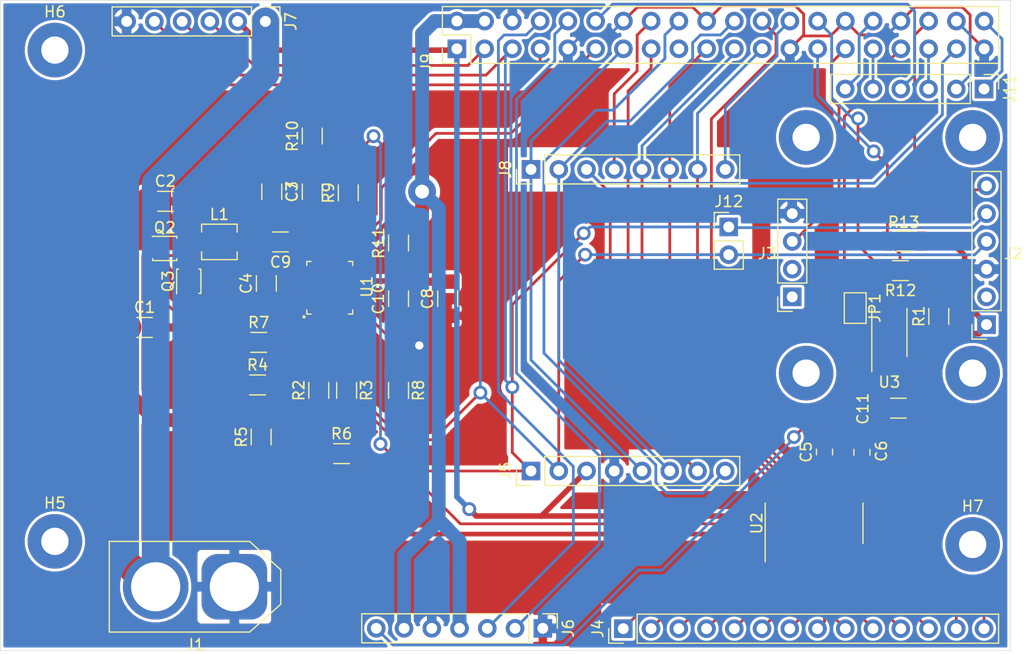
<source format=kicad_pcb>
(kicad_pcb (version 20171130) (host pcbnew "(5.1.9)-1")
  (title_block (title "Heimdallr Systems Control Board") (date 2020-12-03) (rev 3))
  (layers (0 F.Cu signal) (31 B.Cu signal) (34 B.Paste user) (35 F.Paste user) (36 B.SilkS user) (37 F.SilkS user) (38 B.Mask user) (39 F.Mask user) (44 Edge.Cuts user))
  (net 0 "")
  (net 1 +BATT)
  (net 2 GND)
  (net 3 +5V)
  (net 4 +3V3)
  (net 5 /IMU_RST)
  (net 6 /IMU_INT)
  (net 7 /SCLK1)
  (net 8 /MISO1)
  (net 9 /MOSI1)
  (net 10 /CS_FLIR)
  (net 11 /TX1)
  (net 12 /RX1)
  (net 13 /LIDAR_PWM)
  (net 14 /SERVO_OE)
  (net 15 /SCLK0)
  (net 16 /MOSI0)
  (net 17 /MISO0)
  (net 18 /CS_ADC)
  (net 19 /AIN0)
  (net 20 /AIN1)
  (net 21 /AIN2)
  (net 22 /AIN3)
  (net 23 /AIN4)
  (net 24 /AIN5)
  (net 25 /AIN6)
  (net 26 /AIN7)
  (net 27 /AIN8)
  (net 28 /AIN9)
  (net 29 /AIN10)
  (net 30 /AIN11)
  (net 31 /AIN12)
  (net 32 /AIN13)
  (net 33 /AIN_BATT)
  (net 34 "Net-(C7-Pad2)")
  (net 35 /~EOC~)
  (net 36 "Net-(Q2-Pad3)")
  (net 37 "Net-(Q3-Pad3)")
  (net 38 /~PSU_FAULT~)
  (net 39 /PSU_SENS)
  (net 40 /PSU_UVLO)
  (net 41 /PSU_DR1H)
  (net 42 /PSU_DR1L)
  (net 43 /PSU_FSW)
  (net 44 /PSU_SW1)
  (net 45 /PSU_VOUT)
  (net 46 /PSU_SW2)
  (net 47 /PSU_BOOT2)
  (net 48 /PSU_BOOT1)
  (net 49 /PSU_VCCOUT)
  (net 50 /PSU_COMP)
  (net 51 /PSU_ILIM)
  (net 52 /SPI0_CS0)
  (net 53 /SPI1_CS1)
  (net 54 /SDA1)
  (net 55 /SCL1)
  (net 56 /I2S_DOUT)
  (net 57 /I2S_DIN)
  (net 58 /I2S_FS)
  (net 59 /I2S_SCK)
  (net 60 /GPIO6)
  (net 61 /GPIO12)
  (net 62 /ID_SD)
  (net 63 /ID_SC)
  (net 64 /WP)
  (module Connector_PinSocket_2.54mm:PinSocket_1x04_P2.54mm_Vertical (layer F.Cu) (at 152.49 80.605 180)
    (fp_text reference J3 (at 2.296 3.967) (layer F.SilkS))
    (fp_text value IMU_EXTRA)
    (pad 1 thru_hole rect (at 0 0 180) (size 1.7 1.7) (drill 1) (layers *.Cu *.Mask))
    (pad 2 thru_hole oval (at 0 2.54 180) (size 1.7 1.7) (drill 1) (layers *.Cu *.Mask))
    (pad 3 thru_hole oval (at 0 5.08 180) (size 1.7 1.7) (drill 1) (layers *.Cu *.Mask) (net 6 /IMU_INT))
    (pad 4 thru_hole oval (at 0 7.62 180) (size 1.7 1.7) (drill 1) (layers *.Cu *.Mask) (net 2 GND))
  )
  (module Connector_PinSocket_2.54mm:PinSocket_1x06_P2.54mm_Vertical (layer F.Cu) (at 170.27 83.145 180)
    (fp_text reference J2 (at -2.4665 6.507) (layer F.SilkS))
    (fp_text value IMU_COMM)
    (pad 1 thru_hole rect (at 0 0 180) (size 1.7 1.7) (drill 1) (layers *.Cu *.Mask) (net 4 +3V3))
    (pad 2 thru_hole oval (at 0 2.54 180) (size 1.7 1.7) (drill 1) (layers *.Cu *.Mask))
    (pad 3 thru_hole oval (at 0 5.08 180) (size 1.7 1.7) (drill 1) (layers *.Cu *.Mask) (net 2 GND))
    (pad 4 thru_hole oval (at 0 7.62 180) (size 1.7 1.7) (drill 1) (layers *.Cu *.Mask) (net 54 /SDA1))
    (pad 5 thru_hole oval (at 0 10.16 180) (size 1.7 1.7) (drill 1) (layers *.Cu *.Mask) (net 55 /SCL1))
    (pad 6 thru_hole oval (at 0 12.7 180) (size 1.7 1.7) (drill 1) (layers *.Cu *.Mask) (net 5 /IMU_RST))
  )
  (module Connector_PinHeader_2.54mm:PinHeader_1x06_P2.54mm_Vertical (layer F.Cu) (at 170.043 61.565 270)
    (fp_text reference J11 (at 0 -2.33 90) (layer F.SilkS))
    (fp_text value Conn_01x04)
    (pad 6 thru_hole oval (at 0 12.7 270) (size 1.7 1.7) (drill 1) (layers *.Cu *.Mask) (net 61 /GPIO12))
    (pad 5 thru_hole oval (at 0 10.16 270) (size 1.7 1.7) (drill 1) (layers *.Cu *.Mask) (net 60 /GPIO6))
    (pad 4 thru_hole oval (at 0 7.62 270) (size 1.7 1.7) (drill 1) (layers *.Cu *.Mask) (net 59 /I2S_SCK))
    (pad 3 thru_hole oval (at 0 5.08 270) (size 1.7 1.7) (drill 1) (layers *.Cu *.Mask) (net 58 /I2S_FS))
    (pad 2 thru_hole oval (at 0 2.54 270) (size 1.7 1.7) (drill 1) (layers *.Cu *.Mask) (net 57 /I2S_DIN))
    (pad 1 thru_hole rect (at 0 0 270) (size 1.7 1.7) (drill 1) (layers *.Cu *.Mask) (net 56 /I2S_DOUT))
  )
  (module Connector_PinHeader_2.54mm:PinHeader_1x02_P2.54mm_Vertical (layer F.Cu) (at 146.675 74.2015)
    (fp_text reference J12 (at 0 -2.33) (layer F.SilkS))
    (fp_text value Conn_01x02)
    (pad 2 thru_hole oval (at 0 2.54) (size 1.7 1.7) (drill 1) (layers *.Cu *.Mask) (net 54 /SDA1))
    (pad 1 thru_hole rect (at 0 0) (size 1.7 1.7) (drill 1) (layers *.Cu *.Mask) (net 55 /SCL1))
  )
  (module Package_SO:TSSOP-8_4.4x3mm_P0.65mm (layer F.Cu) (at 161.3816 83.8662 90)
    (fp_text reference U3 (at -4.5466 0 180) (layer F.SilkS))
    (fp_text value CAT24C32)
    (pad 8 smd roundrect (at 2.8625 -0.975 90) (size 1.475 0.4) (layers F.Cu F.Paste F.Mask) (net 4 +3V3))
    (pad 7 smd roundrect (at 2.8625 -0.325 90) (size 1.475 0.4) (layers F.Cu F.Paste F.Mask) (net 64 /WP))
    (pad 6 smd roundrect (at 2.8625 0.325 90) (size 1.475 0.4) (layers F.Cu F.Paste F.Mask) (net 63 /ID_SC))
    (pad 5 smd roundrect (at 2.8625 0.975 90) (size 1.475 0.4) (layers F.Cu F.Paste F.Mask) (net 62 /ID_SD))
    (pad 4 smd roundrect (at -2.8625 0.975 90) (size 1.475 0.4) (layers F.Cu F.Paste F.Mask) (net 2 GND))
    (pad 3 smd roundrect (at -2.8625 0.325 90) (size 1.475 0.4) (layers F.Cu F.Paste F.Mask) (net 2 GND))
    (pad 2 smd roundrect (at -2.8625 -0.325 90) (size 1.475 0.4) (layers F.Cu F.Paste F.Mask) (net 2 GND))
    (pad 1 smd roundrect (at -2.8625 -0.975 90) (size 1.475 0.4) (layers F.Cu F.Paste F.Mask) (net 2 GND))
  )
  (module Resistor_SMD:R_1206_3216Metric_Pad1.30x1.75mm_HandSolder (layer F.Cu) (at 162.75 75.5 180)
    (fp_text reference R13 (at 0.0508 1.7272) (layer F.SilkS))
    (fp_text value 3.9k)
    (pad 2 smd roundrect (at 1.55 0 180) (size 1.3 1.75) (layers F.Cu F.Paste F.Mask) (roundrect_rratio 0.1923069230769231) (net 62 /ID_SD))
    (pad 1 smd roundrect (at -1.55 0 180) (size 1.3 1.75) (layers F.Cu F.Paste F.Mask) (roundrect_rratio 0.1923069230769231) (net 4 +3V3))
  )
  (module Resistor_SMD:R_1206_3216Metric_Pad1.30x1.75mm_HandSolder (layer F.Cu) (at 162.397 78.202 180)
    (fp_text reference R12 (at 0 -1.82) (layer F.SilkS))
    (fp_text value 3.9k)
    (pad 2 smd roundrect (at 1.55 0 180) (size 1.3 1.75) (layers F.Cu F.Paste F.Mask) (roundrect_rratio 0.1923069230769231) (net 63 /ID_SC))
    (pad 1 smd roundrect (at -1.55 0 180) (size 1.3 1.75) (layers F.Cu F.Paste F.Mask) (roundrect_rratio 0.1923069230769231) (net 4 +3V3))
  )
  (module Resistor_SMD:R_1206_3216Metric_Pad1.30x1.75mm_HandSolder (layer F.Cu) (at 165.9028 82.393 90)
    (fp_text reference R1 (at 0 -1.82 90) (layer F.SilkS))
    (fp_text value 1k)
    (pad 2 smd roundrect (at 1.55 0 90) (size 1.3 1.75) (layers F.Cu F.Paste F.Mask) (roundrect_rratio 0.1923069230769231) (net 64 /WP))
    (pad 1 smd roundrect (at -1.55 0 90) (size 1.3 1.75) (layers F.Cu F.Paste F.Mask) (roundrect_rratio 0.1923069230769231) (net 4 +3V3))
  )
  (module Jumper:SolderJumper-2_P1.3mm_Open_Pad1.0x1.5mm (layer F.Cu) (at 158.25 81.631 270)
    (fp_text reference JP1 (at 0 -1.8 90) (layer F.SilkS))
    (fp_text value WP)
    (pad 1 smd rect (at -0.65 0 270) (size 1 1.5) (layers F.Cu F.Mask) (net 64 /WP))
    (pad 2 smd rect (at 0.65 0 270) (size 1 1.5) (layers F.Cu F.Mask) (net 2 GND))
  )
  (module Capacitor_SMD:C_1206_3216Metric_Pad1.33x1.80mm_HandSolder (layer F.Cu) (at 162.2 90.8 180)
    (fp_text reference C11 (at 3.2512 -0.0508 270) (layer F.SilkS))
    (fp_text value 100n)
    (pad 2 smd roundrect (at 1.5625 0 180) (size 1.325 1.8) (layers F.Cu F.Paste F.Mask) (roundrect_rratio 0.1886769811320755) (net 2 GND))
    (pad 1 smd roundrect (at -1.5625 0 180) (size 1.325 1.8) (layers F.Cu F.Paste F.Mask) (roundrect_rratio 0.1886769811320755) (net 4 +3V3))
  )
  (module Connector_PinHeader_2.54mm:PinHeader_1x08_P2.54mm_Vertical (layer F.Cu) (at 128.5775 96.5535 90)
    (fp_text reference J5 (at 0 -2.33 90) (layer F.SilkS))
    (fp_text value Conn_FLIR)
    (pad 1 thru_hole rect (at 0 0 90) (size 1.7 1.7) (drill 1) (layers *.Cu *.Mask) (net 55 /SCL1))
    (pad 2 thru_hole oval (at 0 2.54 90) (size 1.7 1.7) (drill 1) (layers *.Cu *.Mask) (net 54 /SDA1))
    (pad 3 thru_hole oval (at 0 5.08 90) (size 1.7 1.7) (drill 1) (layers *.Cu *.Mask) (net 4 +3V3))
    (pad 4 thru_hole oval (at 0 7.62 90) (size 1.7 1.7) (drill 1) (layers *.Cu *.Mask) (net 2 GND))
    (pad 5 thru_hole oval (at 0 10.16 90) (size 1.7 1.7) (drill 1) (layers *.Cu *.Mask) (net 7 /SCLK1))
    (pad 6 thru_hole oval (at 0 12.7 90) (size 1.7 1.7) (drill 1) (layers *.Cu *.Mask) (net 8 /MISO1))
    (pad 7 thru_hole oval (at 0 15.24 90) (size 1.7 1.7) (drill 1) (layers *.Cu *.Mask) (net 9 /MOSI1))
    (pad 8 thru_hole oval (at 0 17.78 90) (size 1.7 1.7) (drill 1) (layers *.Cu *.Mask) (net 10 /CS_FLIR))
  )
  (module Package_SO:QSOP-24_3.9x8.7mm_P0.635mm (layer F.Cu) (at 154.4855 101.346 90)
    (fp_text reference U2 (at 0 -5.25 90) (layer F.SilkS))
    (fp_text value MAX11625EEG+)
    (pad 17 smd rect (at 2.6543 0.9525 90) (size 1.6 0.41) (layers F.Cu F.Paste F.Mask) (net 4 +3V3))
    (pad 18 smd rect (at 2.6543 0.3175 90) (size 1.6 0.41) (layers F.Cu F.Paste F.Mask) (net 2 GND))
    (pad 8 smd rect (at -2.6543 0.9525 90) (size 1.6 0.41) (layers F.Cu F.Paste F.Mask) (net 26 /AIN7))
    (pad 7 smd rect (at -2.6543 0.3175 90) (size 1.6 0.41) (layers F.Cu F.Paste F.Mask) (net 25 /AIN6))
    (pad 20 smd rect (at 2.6543 -0.9525 90) (size 1.6 0.41) (layers F.Cu F.Paste F.Mask) (net 18 /CS_ADC))
    (pad 19 smd rect (at 2.6543 -0.3175 90) (size 1.6 0.41) (layers F.Cu F.Paste F.Mask) (net 4 +3V3))
    (pad 6 smd rect (at -2.6543 -0.3175 90) (size 1.6 0.41) (layers F.Cu F.Paste F.Mask) (net 24 /AIN5))
    (pad 5 smd rect (at -2.6543 -0.9525 90) (size 1.6 0.41) (layers F.Cu F.Paste F.Mask) (net 23 /AIN4))
    (pad 1 smd rect (at -2.6543 -3.4925 90) (size 1.6 0.41) (layers F.Cu F.Paste F.Mask) (net 19 /AIN0))
    (pad 2 smd rect (at -2.6543 -2.8575 90) (size 1.6 0.41) (layers F.Cu F.Paste F.Mask) (net 20 /AIN1))
    (pad 3 smd rect (at -2.6543 -2.2225 90) (size 1.6 0.41) (layers F.Cu F.Paste F.Mask) (net 21 /AIN2))
    (pad 4 smd rect (at -2.6543 -1.5875 90) (size 1.6 0.41) (layers F.Cu F.Paste F.Mask) (net 22 /AIN3))
    (pad 9 smd rect (at -2.6543 1.5875 90) (size 1.6 0.41) (layers F.Cu F.Paste F.Mask) (net 27 /AIN8))
    (pad 10 smd rect (at -2.6543 2.2225 90) (size 1.6 0.41) (layers F.Cu F.Paste F.Mask) (net 28 /AIN9))
    (pad 11 smd rect (at -2.6543 2.8575 90) (size 1.6 0.41) (layers F.Cu F.Paste F.Mask) (net 29 /AIN10))
    (pad 12 smd rect (at -2.6543 3.4925 90) (size 1.6 0.41) (layers F.Cu F.Paste F.Mask) (net 30 /AIN11))
    (pad 13 smd rect (at 2.6543 3.4925 90) (size 1.6 0.41) (layers F.Cu F.Paste F.Mask) (net 31 /AIN12))
    (pad 14 smd rect (at 2.6543 2.8575 90) (size 1.6 0.41) (layers F.Cu F.Paste F.Mask) (net 32 /AIN13))
    (pad 15 smd rect (at 2.6543 2.2225 90) (size 1.6 0.41) (layers F.Cu F.Paste F.Mask) (net 33 /AIN_BATT))
    (pad 16 smd rect (at 2.6543 1.5875 90) (size 1.6 0.41) (layers F.Cu F.Paste F.Mask) (net 39 /PSU_SENS))
    (pad 21 smd rect (at 2.6543 -1.5875 90) (size 1.6 0.41) (layers F.Cu F.Paste F.Mask) (net 15 /SCLK0))
    (pad 22 smd rect (at 2.6543 -2.2225 90) (size 1.6 0.41) (layers F.Cu F.Paste F.Mask) (net 16 /MOSI0))
    (pad 23 smd rect (at 2.6543 -2.8575 90) (size 1.6 0.41) (layers F.Cu F.Paste F.Mask) (net 17 /MISO0))
    (pad 24 smd rect (at 2.6543 -3.4925 90) (size 1.6 0.41) (layers F.Cu F.Paste F.Mask) (net 35 /~EOC~))
  )
  (module Connector_PinHeader_2.54mm:PinHeader_1x08_P2.54mm_Vertical (layer F.Cu) (at 128.5775 68.931 90)
    (fp_text reference J8 (at 0 -2.33 90) (layer F.SilkS))
    (fp_text value Conn_01x04)
    (pad 8 thru_hole oval (at 0 17.78 90) (size 1.7 1.7) (drill 1) (layers *.Cu *.Mask) (net 53 /SPI1_CS1))
    (pad 7 thru_hole oval (at 0 15.24 90) (size 1.7 1.7) (drill 1) (layers *.Cu *.Mask) (net 15 /SCLK0))
    (pad 6 thru_hole oval (at 0 12.7 90) (size 1.7 1.7) (drill 1) (layers *.Cu *.Mask) (net 16 /MOSI0))
    (pad 5 thru_hole oval (at 0 10.16 90) (size 1.7 1.7) (drill 1) (layers *.Cu *.Mask) (net 17 /MISO0))
    (pad 4 thru_hole oval (at 0 7.62 90) (size 1.7 1.7) (drill 1) (layers *.Cu *.Mask) (net 52 /SPI0_CS0))
    (pad 3 thru_hole oval (at 0 5.08 90) (size 1.7 1.7) (drill 1) (layers *.Cu *.Mask) (net 9 /MOSI1))
    (pad 2 thru_hole oval (at 0 2.54 90) (size 1.7 1.7) (drill 1) (layers *.Cu *.Mask) (net 8 /MISO1))
    (pad 1 thru_hole rect (at 0 0 90) (size 1.7 1.7) (drill 1) (layers *.Cu *.Mask) (net 7 /SCLK1))
  )
  (module CapstoneParts:VQFN-HR-26 (layer F.Cu) (at 110.153 79.772 90)
    (fp_text reference U1 (at 0.1 3.4 90) (layer F.SilkS))
    (fp_text value TPS55288 hide)
    (pad 20 smd roundrect (at 1.05 -1.6125 90) (size 0.25 0.675) (layers F.Cu F.Paste F.Mask) (roundrect_rratio 0.2) (net 47 /PSU_BOOT2))
    (pad 21 smd roundrect (at 0.25 -1.65 90) (size 0.25 0.625) (layers F.Cu F.Paste F.Mask) (roundrect_rratio 0.2) (net 46 /PSU_SW2))
    (pad 14 smd roundrect (at 1.9 1 90) (size 0.6 0.25) (layers F.Cu F.Paste F.Mask) (roundrect_rratio 0.2) (net 38 /~PSU_FAULT~))
    (pad 15 smd roundrect (at 1.8375 0.5 90) (size 0.725 0.25) (layers F.Cu F.Paste F.Mask) (roundrect_rratio 0.2) (net 2 GND))
    (pad 22 smd roundrect (at -0.25 -1.65 90) (size 0.25 0.625) (layers F.Cu F.Paste F.Mask) (roundrect_rratio 0.2) (net 48 /PSU_BOOT1))
    (pad 23 smd roundrect (at -1.05 -1.6125 90) (size 0.25 0.675) (layers F.Cu F.Paste F.Mask) (roundrect_rratio 0.2) (net 44 /PSU_SW1))
    (pad 25 smd roundrect (at 0 0 90) (size 0.375 1.425) (layers F.Cu F.Paste F.Mask) (roundrect_rratio 0.2) (net 46 /PSU_SW2))
    (pad 24 smd roundrect (at -0.625 0 90) (size 0.375 1.425) (layers F.Cu F.Paste F.Mask) (roundrect_rratio 0.2) (net 2 GND))
    (pad 26 smd roundrect (at 0.625 0 90) (size 0.375 1.425) (layers F.Cu F.Paste F.Mask) (roundrect_rratio 0.2) (net 45 /PSU_VOUT))
    (pad 16 smd roundrect (at 1.8375 0 90) (size 0.725 0.25) (layers F.Cu F.Paste F.Mask) (roundrect_rratio 0.2) (net 39 /PSU_SENS))
    (pad 17 smd roundrect (at 1.8375 -0.5 90) (size 0.725 0.25) (layers F.Cu F.Paste F.Mask) (roundrect_rratio 0.2) (net 51 /PSU_ILIM))
    (pad 18 smd roundrect (at 1.9 -1 90) (size 0.6 0.25) (layers F.Cu F.Paste F.Mask) (roundrect_rratio 0.2) (net 50 /PSU_COMP))
    (pad 2 smd roundrect (at -1.875 -1 90) (size 0.6 0.25) (layers F.Cu F.Paste F.Mask) (roundrect_rratio 0.2) (net 41 /PSU_DR1H))
    (pad 3 smd roundrect (at -1.8375 -0.5 90) (size 0.725 0.25) (layers F.Cu F.Paste F.Mask) (roundrect_rratio 0.2) (net 44 /PSU_SW1))
    (pad 4 smd roundrect (at -1.8375 0 90) (size 0.725 0.25) (layers F.Cu F.Paste F.Mask) (roundrect_rratio 0.2) (net 40 /PSU_UVLO))
    (pad 5 smd roundrect (at -1.8375 0.5 90) (size 0.725 0.25) (layers F.Cu F.Paste F.Mask) (roundrect_rratio 0.2) (net 55 /SCL1))
    (pad 6 smd roundrect (at -1.875 1 90) (size 0.6 0.25) (layers F.Cu F.Paste F.Mask) (roundrect_rratio 0.2) (net 54 /SDA1))
    (pad 10 smd roundrect (at -0.125 1.6375 90) (size 0.25 0.625) (layers F.Cu F.Paste F.Mask) (roundrect_rratio 0.2) (net 2 GND))
    (pad 9 smd roundrect (at -0.625 1.6375 90) (size 0.25 0.625) (layers F.Cu F.Paste F.Mask) (roundrect_rratio 0.2) (net 2 GND))
    (pad 8 smd roundrect (at -1.125 1.6375 90) (size 0.25 0.625) (layers F.Cu F.Paste F.Mask) (roundrect_rratio 0.2) (net 43 /PSU_FSW))
    (pad 11 smd roundrect (at 0.625 1.6375 90) (size 0.25 0.625) (layers F.Cu F.Paste F.Mask) (roundrect_rratio 0.2) (net 45 /PSU_VOUT))
    (pad 12 smd roundrect (at 1.125 1.6375 90) (size 0.25 0.625) (layers F.Cu F.Paste F.Mask) (roundrect_rratio 0.2) (net 45 /PSU_VOUT))
    (pad 1 smd custom (at -1.6129 -1.6637 90) (size 0.3 0.3) (layers F.Cu F.Paste F.Mask) (net 42 /PSU_DR1L) (options (clearance outline) (anchor rect)) (primitives (gr_arc (start 0.1379 0.2387) (end 0.1379 0.2887) (angle -90) (width 0.01)) (gr_line (start 0.1379 0.2887) (end -0.5996 0.2887) (width 0.01)) (gr_line (start -0.5996 0.0637) (end -0.2121 0.0637) (width 0.01)) (gr_arc (start -0.5996 0.1137) (end -0.5996 0.0637) (angle -90) (width 0.01)) (gr_line (start -0.2121 0.0637) (end -0.2121 -0.2363) (width 0.01)) (gr_line (start -0.1621 -0.2863) (end 0.1379 -0.2863) (width 0.01)) (gr_arc (start -0.5996 0.2387) (end -0.6496 0.2387) (angle -90) (width 0.01)) (gr_line (start 0.1879 -0.2363) (end 0.1879 0.2387) (width 0.01)) (gr_line (start -0.6496 0.2387) (end -0.6496 0.1137) (width 0.01)) (gr_arc (start -0.162099 -0.236299) (end -0.1621 -0.2863) (angle -90) (width 0.01)) (gr_arc (start 0.1379 -0.236299) (end 0.1879 -0.2363) (angle -90) (width 0.01)) (gr_poly (pts (xy 0.13716 -0.28448) (xy 0.16256 -0.27686) (xy 0.18034 -0.25908) (xy 0.18288 -0.24892) (xy 0.18542 0.24638) (xy 0.1778 0.26924) (xy 0.16002 0.28448) (xy 0.13716 0.28956) (xy -0.60198 0.28956) (xy -0.63246 0.27432) (xy -0.6477 0.24384) (xy -0.6477 0.10668) (xy -0.63246 0.07366) (xy -0.58928 0.0635) (xy -0.21336 0.06604) (xy -0.21082 -0.22352) (xy -0.20828 -0.23114) (xy -0.20574 -0.24892) (xy -0.19812 -0.26924) (xy -0.16764 -0.28702)) (width 0.001))))
    (pad 13 smd custom (at 1.68148 1.55448 90) (size 0.3 0.3) (layers F.Cu F.Paste F.Mask) (net 3 +5V) (options (clearance outline) (anchor rect)) (primitives (gr_line (start 0.53102 0.04552) (end 0.16852 0.04552) (width 0.01)) (gr_line (start -0.18148 0.34554) (end -0.18148 -0.12948) (width 0.01)) (gr_arc (start 0.11852 0.345539) (end 0.11852 0.39554) (angle -90) (width 0.01)) (gr_line (start 0.11852 0.39554) (end -0.13148 0.39554) (width 0.01)) (gr_line (start 0.16852 0.04552) (end 0.16852 0.34554) (width 0.01)) (gr_line (start 0.58102 -0.12948) (end 0.58102 -0.00448) (width 0.01)) (gr_arc (start -0.13148 -0.12948) (end -0.13148 -0.17948) (angle -90) (width 0.01)) (gr_arc (start -0.13148 0.345539) (end -0.18148 0.34554) (angle -90) (width 0.01)) (gr_line (start -0.13148 -0.17948) (end 0.53102 -0.17948) (width 0.01)) (gr_arc (start 0.53102 -0.00448) (end 0.53102 0.04552) (angle -90) (width 0.01)) (gr_arc (start 0.53102 -0.12948) (end 0.58102 -0.12948) (angle -90) (width 0.01)) (gr_poly (pts (xy 0.56642 -0.16002) (xy 0.57912 -0.1397) (xy 0.57912 0.00762) (xy 0.56134 0.03302) (xy 0.5334 0.04318) (xy 0.16764 0.04572) (xy 0.1651 0.35814) (xy 0.1524 0.37846) (xy 0.127 0.3937) (xy -0.13462 0.39624) (xy -0.16764 0.381) (xy -0.18034 0.35052) (xy -0.18034 -0.12446) (xy -0.17526 -0.14732) (xy -0.16256 -0.1651) (xy -0.14224 -0.1778) (xy 0.54356 -0.1778)) (width 0.001))))
    (pad 7 smd custom (at -1.6764 1.56972 90) (size 0.3 0.3) (layers F.Cu F.Paste F.Mask) (net 2 GND) (options (clearance outline) (anchor rect)) (primitives (gr_line (start -0.5861 -0.14472) (end -0.5861 -0.01972) (width 0.01)) (gr_line (start -0.5361 0.03028) (end -0.1736 0.03028) (width 0.01)) (gr_arc (start 0.1264 0.330299) (end 0.1264 0.3803) (angle -90) (width 0.01)) (gr_line (start -0.1236 0.3803) (end 0.1264 0.3803) (width 0.01)) (gr_arc (start 0.1264 -0.14472) (end 0.1764 -0.14472) (angle -90) (width 0.01)) (gr_arc (start -0.5361 -0.01972) (end -0.5861 -0.01972) (angle -90) (width 0.01)) (gr_arc (start -0.1236 0.330299) (end -0.1736 0.3303) (angle -90) (width 0.01)) (gr_line (start 0.1764 0.3303) (end 0.1764 -0.14472) (width 0.01)) (gr_line (start 0.1264 -0.19472) (end -0.5361 -0.19472) (width 0.01)) (gr_line (start -0.1736 0.03028) (end -0.1736 0.3303) (width 0.01)) (gr_arc (start -0.5361 -0.14472) (end -0.5361 -0.19472) (angle -90) (width 0.01)) (gr_poly (pts (xy 0.13716 -0.1905) (xy 0.1651 -0.17526) (xy 0.17272 -0.14732) (xy 0.17272 0.33528) (xy 0.16764 0.36068) (xy 0.13208 0.37846) (xy -0.12954 0.381) (xy -0.16256 0.36068) (xy -0.17018 0.33528) (xy -0.17526 0.03048) (xy -0.5334 0.03048) (xy -0.56896 0.01778) (xy -0.5842 -0.0127) (xy -0.5842 -0.15494) (xy -0.56642 -0.18288) (xy -0.53848 -0.19304) (xy 0.12954 -0.19304)) (width 0.001))))
    (pad 19 smd custom (at 1.63576 -1.57226 90) (size 0.3 0.3) (layers F.Cu F.Paste F.Mask) (net 49 /PSU_VCCOUT) (options (clearance outline) (anchor rect)) (primitives (gr_line (start 0.13924 -0.37774) (end -0.16076 -0.37774) (width 0.01)) (gr_arc (start -0.16076 0.14726) (end -0.21076 0.14726) (angle -90) (width 0.01)) (gr_line (start -0.21076 -0.32774) (end -0.21076 0.14726) (width 0.01)) (gr_line (start 0.57674 -0.02774) (end 0.18924 -0.02774) (width 0.01)) (gr_line (start 0.62674 0.14726) (end 0.62674 0.02226) (width 0.01)) (gr_arc (start 0.139239 -0.327739) (end 0.18924 -0.32774) (angle -90) (width 0.01)) (gr_arc (start -0.16076 -0.327739) (end -0.16076 -0.37774) (angle -90) (width 0.01)) (gr_line (start -0.16076 0.19726) (end 0.57674 0.19726) (width 0.01)) (gr_arc (start 0.57674 0.14726) (end 0.57674 0.19726) (angle -90) (width 0.01)) (gr_arc (start 0.57674 0.02226) (end 0.62674 0.02226) (angle -90) (width 0.01)) (gr_line (start 0.18924 -0.02774) (end 0.18924 -0.32774) (width 0.01)) (gr_poly (pts (xy 0.17526 -0.36322) (xy 0.18796 -0.33274) (xy 0.1905 -0.0254) (xy 0.57404 -0.0254) (xy 0.59182 -0.02286) (xy 0.61722 -0.00508) (xy 0.62484 0.02286) (xy 0.62484 0.14986) (xy 0.61722 0.17526) (xy 0.5969 0.1905) (xy 0.57658 0.19304) (xy -0.16002 0.19558) (xy -0.18542 0.1905) (xy -0.2032 0.17018) (xy -0.20828 0.14224) (xy -0.20828 0.10414) (xy -0.21082 -0.33274) (xy -0.19558 -0.36068) (xy -0.16764 -0.37592) (xy 0.14732 -0.37592)) (width 0.001))))
  )
  (module Package_SON:Texas_DQK (layer F.Cu) (at 95.053 76.172)
    (fp_text reference Q2 (at 0 -1.9) (layer F.SilkS))
    (fp_text value CSD17571Q2)
    (pad 1 smd roundrect (at -0.975 -0.65) (size 0.45 0.3) (layers F.Cu F.Paste F.Mask) (roundrect_rratio 0.167) (net 1 +BATT))
    (pad 2 smd roundrect (at -0.975 0) (size 0.45 0.3) (layers F.Cu F.Paste F.Mask) (roundrect_rratio 0.167) (net 1 +BATT))
    (pad 3 smd roundrect (at -0.975 0.65) (size 0.45 0.3) (layers F.Cu F.Paste F.Mask) (roundrect_rratio 0.167) (net 36 "Net-(Q2-Pad3)"))
    (pad 4 smd roundrect (at 0.975 0.65) (size 0.45 0.3) (layers F.Cu F.Paste F.Mask) (roundrect_rratio 0.167) (net 44 /PSU_SW1))
    (pad 5 smd roundrect (at 0.975 0) (size 0.45 0.3) (layers F.Cu F.Paste F.Mask) (roundrect_rratio 0.167) (net 1 +BATT))
    (pad 6 smd roundrect (at 0.975 -0.65) (size 0.45 0.3) (layers F.Cu F.Paste F.Mask) (roundrect_rratio 0.167) (net 1 +BATT))
    (pad 7 smd roundrect (at 0.095 0.65) (size 0.75 0.3) (layers F.Cu F.Mask) (roundrect_rratio 0.167) (net 44 /PSU_SW1))
    (pad 8 smd roundrect (at 0 -0.325) (size 1 0.95) (layers F.Cu F.Mask) (roundrect_rratio 0.053) (net 1 +BATT))
  )
  (module Resistor_SMD:R_1206_3216Metric_Pad1.30x1.75mm_HandSolder (layer F.Cu) (at 116.453 75.672 90)
    (fp_text reference R11 (at 0 -1.82 90) (layer F.SilkS))
    (fp_text value 10m)
    (pad 2 smd roundrect (at 1.55 0 90) (size 1.3 1.75) (layers F.Cu F.Paste F.Mask) (roundrect_rratio 0.1923069230769231) (net 3 +5V))
    (pad 1 smd roundrect (at -1.55 0 90) (size 1.3 1.75) (layers F.Cu F.Paste F.Mask) (roundrect_rratio 0.1923069230769231) (net 45 /PSU_VOUT))
  )
  (module Resistor_SMD:R_1206_3216Metric_Pad1.30x1.75mm_HandSolder (layer F.Cu) (at 108.553 65.872 90)
    (fp_text reference R10 (at 0 -1.82 90) (layer F.SilkS))
    (fp_text value 118k)
    (pad 2 smd roundrect (at 1.55 0 90) (size 1.3 1.75) (layers F.Cu F.Paste F.Mask) (roundrect_rratio 0.1923069230769231) (net 2 GND))
    (pad 1 smd roundrect (at -1.55 0 90) (size 1.3 1.75) (layers F.Cu F.Paste F.Mask) (roundrect_rratio 0.1923069230769231) (net 34 "Net-(C7-Pad2)"))
  )
  (module Resistor_SMD:R_1206_3216Metric_Pad1.30x1.75mm_HandSolder (layer F.Cu) (at 111.853 71.072 90)
    (fp_text reference R9 (at 0 -1.82 90) (layer F.SilkS))
    (fp_text value 21K)
    (pad 2 smd roundrect (at 1.55 0 90) (size 1.3 1.75) (layers F.Cu F.Paste F.Mask) (roundrect_rratio 0.1923069230769231) (net 2 GND))
    (pad 1 smd roundrect (at -1.55 0 90) (size 1.3 1.75) (layers F.Cu F.Paste F.Mask) (roundrect_rratio 0.1923069230769231) (net 51 /PSU_ILIM))
  )
  (module Resistor_SMD:R_1206_3216Metric_Pad1.30x1.75mm_HandSolder (layer F.Cu) (at 116.453 89.172 270)
    (fp_text reference R8 (at 0 -1.82 90) (layer F.SilkS))
    (fp_text value 8.2k)
    (pad 2 smd roundrect (at 1.55 0 270) (size 1.3 1.75) (layers F.Cu F.Paste F.Mask) (roundrect_rratio 0.1923069230769231) (net 2 GND))
    (pad 1 smd roundrect (at -1.55 0 270) (size 1.3 1.75) (layers F.Cu F.Paste F.Mask) (roundrect_rratio 0.1923069230769231) (net 43 /PSU_FSW))
  )
  (module Resistor_SMD:R_1206_3216Metric_Pad1.30x1.75mm_HandSolder (layer F.Cu) (at 103.653 84.772)
    (fp_text reference R7 (at 0 -1.82) (layer F.SilkS))
    (fp_text value 1)
    (pad 2 smd roundrect (at 1.55 0) (size 1.3 1.75) (layers F.Cu F.Paste F.Mask) (roundrect_rratio 0.1923069230769231) (net 42 /PSU_DR1L))
    (pad 1 smd roundrect (at -1.55 0) (size 1.3 1.75) (layers F.Cu F.Paste F.Mask) (roundrect_rratio 0.1923069230769231) (net 37 "Net-(Q3-Pad3)"))
  )
  (module Resistor_SMD:R_1206_3216Metric_Pad1.30x1.75mm_HandSolder (layer F.Cu) (at 111.242 94.966)
    (fp_text reference R6 (at 0 -1.82) (layer F.SilkS))
    (fp_text value 56k)
    (pad 2 smd roundrect (at 1.55 0) (size 1.3 1.75) (layers F.Cu F.Paste F.Mask) (roundrect_rratio 0.1923069230769231) (net 2 GND))
    (pad 1 smd roundrect (at -1.55 0) (size 1.3 1.75) (layers F.Cu F.Paste F.Mask) (roundrect_rratio 0.1923069230769231) (net 33 /AIN_BATT))
  )
  (module Resistor_SMD:R_1206_3216Metric_Pad1.30x1.75mm_HandSolder (layer F.Cu) (at 103.876 93.442 90)
    (fp_text reference R5 (at 0 -1.82 90) (layer F.SilkS))
    (fp_text value 100k)
    (pad 2 smd roundrect (at 1.55 0 90) (size 1.3 1.75) (layers F.Cu F.Paste F.Mask) (roundrect_rratio 0.1923069230769231) (net 1 +BATT))
    (pad 1 smd roundrect (at -1.55 0 90) (size 1.3 1.75) (layers F.Cu F.Paste F.Mask) (roundrect_rratio 0.1923069230769231) (net 33 /AIN_BATT))
  )
  (module Resistor_SMD:R_1206_3216Metric_Pad1.30x1.75mm_HandSolder (layer F.Cu) (at 103.553 88.672)
    (fp_text reference R4 (at 0 -1.82) (layer F.SilkS))
    (fp_text value 1)
    (pad 2 smd roundrect (at 1.55 0) (size 1.3 1.75) (layers F.Cu F.Paste F.Mask) (roundrect_rratio 0.1923069230769231) (net 41 /PSU_DR1H))
    (pad 1 smd roundrect (at -1.55 0) (size 1.3 1.75) (layers F.Cu F.Paste F.Mask) (roundrect_rratio 0.1923069230769231) (net 36 "Net-(Q2-Pad3)"))
  )
  (module Resistor_SMD:R_1206_3216Metric_Pad1.30x1.75mm_HandSolder (layer F.Cu) (at 111.7 89.172 270)
    (fp_text reference R3 (at 0 -1.82 90) (layer F.SilkS))
    (fp_text value 100k)
    (pad 2 smd roundrect (at 1.55 0 270) (size 1.3 1.75) (layers F.Cu F.Paste F.Mask) (roundrect_rratio 0.1923069230769231) (net 2 GND))
    (pad 1 smd roundrect (at -1.55 0 270) (size 1.3 1.75) (layers F.Cu F.Paste F.Mask) (roundrect_rratio 0.1923069230769231) (net 40 /PSU_UVLO))
  )
  (module Resistor_SMD:R_1206_3216Metric_Pad1.30x1.75mm_HandSolder (layer F.Cu) (at 109.153 89.172 90)
    (fp_text reference R2 (at 0 -1.82 90) (layer F.SilkS))
    (fp_text value 301k)
    (pad 2 smd roundrect (at 1.55 0 90) (size 1.3 1.75) (layers F.Cu F.Paste F.Mask) (roundrect_rratio 0.1923069230769231) (net 40 /PSU_UVLO))
    (pad 1 smd roundrect (at -1.55 0 90) (size 1.3 1.75) (layers F.Cu F.Paste F.Mask) (roundrect_rratio 0.1923069230769231) (net 1 +BATT))
  )
  (module Package_SON:Texas_DQK (layer F.Cu) (at 97.253 79.172 90)
    (fp_text reference Q3 (at 0 -1.9 90) (layer F.SilkS))
    (fp_text value CSD16301Q2)
    (pad 8 smd roundrect (at 0 -0.325 90) (size 1 0.95) (layers F.Cu F.Mask) (roundrect_rratio 0.053) (net 44 /PSU_SW1))
    (pad 7 smd roundrect (at 0.095 0.65 90) (size 0.75 0.3) (layers F.Cu F.Mask) (roundrect_rratio 0.167) (net 2 GND))
    (pad 6 smd roundrect (at 0.975 -0.65 90) (size 0.45 0.3) (layers F.Cu F.Paste F.Mask) (roundrect_rratio 0.167) (net 44 /PSU_SW1))
    (pad 5 smd roundrect (at 0.975 0 90) (size 0.45 0.3) (layers F.Cu F.Paste F.Mask) (roundrect_rratio 0.167) (net 44 /PSU_SW1))
    (pad 4 smd roundrect (at 0.975 0.65 90) (size 0.45 0.3) (layers F.Cu F.Paste F.Mask) (roundrect_rratio 0.167) (net 2 GND))
    (pad 3 smd roundrect (at -0.975 0.65 90) (size 0.45 0.3) (layers F.Cu F.Paste F.Mask) (roundrect_rratio 0.167) (net 37 "Net-(Q3-Pad3)"))
    (pad 2 smd roundrect (at -0.975 0 90) (size 0.45 0.3) (layers F.Cu F.Paste F.Mask) (roundrect_rratio 0.167) (net 44 /PSU_SW1))
    (pad 1 smd roundrect (at -0.975 -0.65 90) (size 0.45 0.3) (layers F.Cu F.Paste F.Mask) (roundrect_rratio 0.167) (net 44 /PSU_SW1))
  )
  (module Inductor_SMD:L_Vishay_IHLP-1212 (layer F.Cu) (at 100.053 75.572)
    (fp_text reference L1 (at 0 -2.524) (layer F.SilkS))
    (fp_text value 1u)
    (pad 1 smd rect (at -1.35 0) (size 1.5 1.2) (layers F.Cu F.Paste F.Mask) (net 44 /PSU_SW1))
    (pad 2 smd rect (at 1.35 0) (size 1.5 1.2) (layers F.Cu F.Paste F.Mask) (net 46 /PSU_SW2))
  )
  (module Capacitor_SMD:C_1206_3216Metric_Pad1.33x1.80mm_HandSolder (layer F.Cu) (at 116.453 80.772 90)
    (fp_text reference C10 (at 0 -1.85 90) (layer F.SilkS))
    (fp_text value 1u)
    (pad 2 smd roundrect (at 1.5625 0 90) (size 1.325 1.8) (layers F.Cu F.Paste F.Mask) (roundrect_rratio 0.1886769811320755) (net 45 /PSU_VOUT))
    (pad 1 smd roundrect (at -1.5625 0 90) (size 1.325 1.8) (layers F.Cu F.Paste F.Mask) (roundrect_rratio 0.1886769811320755) (net 2 GND))
  )
  (module Capacitor_SMD:C_1206_3216Metric_Pad1.33x1.80mm_HandSolder (layer F.Cu) (at 105.653 75.572 180)
    (fp_text reference C9 (at 0 -1.85) (layer F.SilkS))
    (fp_text value 100n)
    (pad 2 smd roundrect (at 1.5625 0 180) (size 1.325 1.8) (layers F.Cu F.Paste F.Mask) (roundrect_rratio 0.1886769811320755) (net 46 /PSU_SW2))
    (pad 1 smd roundrect (at -1.5625 0 180) (size 1.325 1.8) (layers F.Cu F.Paste F.Mask) (roundrect_rratio 0.1886769811320755) (net 47 /PSU_BOOT2))
  )
  (module Capacitor_SMD:C_1206_3216Metric_Pad1.33x1.80mm_HandSolder (layer F.Cu) (at 120.953 80.772 90)
    (fp_text reference C8 (at 0 -1.85 90) (layer F.SilkS))
    (fp_text value 47u)
    (pad 2 smd roundrect (at 1.5625 0 90) (size 1.325 1.8) (layers F.Cu F.Paste F.Mask) (roundrect_rratio 0.1886769811320755) (net 45 /PSU_VOUT))
    (pad 1 smd roundrect (at -1.5625 0 90) (size 1.325 1.8) (layers F.Cu F.Paste F.Mask) (roundrect_rratio 0.1886769811320755) (net 2 GND))
  )
  (module Capacitor_SMD:C_1206_3216Metric_Pad1.33x1.80mm_HandSolder (layer F.Cu) (at 108.553 70.972 90)
    (fp_text reference C7 (at 0 -1.85 90) (layer F.SilkS))
    (fp_text value 150p)
    (pad 2 smd roundrect (at 1.5625 0 90) (size 1.325 1.8) (layers F.Cu F.Paste F.Mask) (roundrect_rratio 0.1886769811320755) (net 34 "Net-(C7-Pad2)"))
    (pad 1 smd roundrect (at -1.5625 0 90) (size 1.325 1.8) (layers F.Cu F.Paste F.Mask) (roundrect_rratio 0.1886769811320755) (net 50 /PSU_COMP))
  )
  (module Capacitor_SMD:C_1206_3216Metric_Pad1.33x1.80mm_HandSolder (layer F.Cu) (at 104.353 79.372 90)
    (fp_text reference C4 (at 0 -1.85 90) (layer F.SilkS))
    (fp_text value 100n)
    (pad 2 smd roundrect (at 1.5625 0 90) (size 1.325 1.8) (layers F.Cu F.Paste F.Mask) (roundrect_rratio 0.1886769811320755) (net 48 /PSU_BOOT1))
    (pad 1 smd roundrect (at -1.5625 0 90) (size 1.325 1.8) (layers F.Cu F.Paste F.Mask) (roundrect_rratio 0.1886769811320755) (net 44 /PSU_SW1))
  )
  (module Capacitor_SMD:C_1206_3216Metric_Pad1.33x1.80mm_HandSolder (layer F.Cu) (at 104.853 70.972 270)
    (fp_text reference C3 (at 0 -1.85 90) (layer F.SilkS))
    (fp_text value 4.7u)
    (pad 2 smd roundrect (at 1.5625 0 270) (size 1.325 1.8) (layers F.Cu F.Paste F.Mask) (roundrect_rratio 0.1886769811320755) (net 49 /PSU_VCCOUT))
    (pad 1 smd roundrect (at -1.5625 0 270) (size 1.325 1.8) (layers F.Cu F.Paste F.Mask) (roundrect_rratio 0.1886769811320755) (net 2 GND))
  )
  (module Capacitor_SMD:C_1206_3216Metric_Pad1.33x1.80mm_HandSolder (layer F.Cu) (at 95.113 71.852)
    (fp_text reference C2 (at 0 -1.85) (layer F.SilkS))
    (fp_text value 22u)
    (pad 2 smd roundrect (at 1.5625 0) (size 1.325 1.8) (layers F.Cu F.Paste F.Mask) (roundrect_rratio 0.1886769811320755) (net 2 GND))
    (pad 1 smd roundrect (at -1.5625 0) (size 1.325 1.8) (layers F.Cu F.Paste F.Mask) (roundrect_rratio 0.1886769811320755) (net 1 +BATT))
  )
  (module Capacitor_SMD:C_1206_3216Metric_Pad1.33x1.80mm_HandSolder (layer F.Cu) (at 93.208 83.409)
    (fp_text reference C1 (at 0 -1.85) (layer F.SilkS))
    (fp_text value 27u)
    (pad 2 smd roundrect (at 1.5625 0) (size 1.325 1.8) (layers F.Cu F.Paste F.Mask) (roundrect_rratio 0.1886769811320755) (net 2 GND))
    (pad 1 smd roundrect (at -1.5625 0) (size 1.325 1.8) (layers F.Cu F.Paste F.Mask) (roundrect_rratio 0.1886769811320755) (net 1 +BATT))
  )
  (module Connector_PinHeader_2.54mm:PinHeader_1x14_P2.54mm_Vertical (layer F.Cu) (at 137.023 110.998 90)
    (fp_text reference J4 (at 0 -2.33 90) (layer F.SilkS))
    (fp_text value SERVO_FEEDBACK)
    (pad 14 thru_hole oval (at 0 33.02 90) (size 1.7 1.7) (drill 1) (layers *.Cu *.Mask) (net 32 /AIN13))
    (pad 13 thru_hole oval (at 0 30.48 90) (size 1.7 1.7) (drill 1) (layers *.Cu *.Mask) (net 31 /AIN12))
    (pad 12 thru_hole oval (at 0 27.94 90) (size 1.7 1.7) (drill 1) (layers *.Cu *.Mask) (net 30 /AIN11))
    (pad 11 thru_hole oval (at 0 25.4 90) (size 1.7 1.7) (drill 1) (layers *.Cu *.Mask) (net 29 /AIN10))
    (pad 10 thru_hole oval (at 0 22.86 90) (size 1.7 1.7) (drill 1) (layers *.Cu *.Mask) (net 28 /AIN9))
    (pad 9 thru_hole oval (at 0 20.32 90) (size 1.7 1.7) (drill 1) (layers *.Cu *.Mask) (net 27 /AIN8))
    (pad 8 thru_hole oval (at 0 17.78 90) (size 1.7 1.7) (drill 1) (layers *.Cu *.Mask) (net 26 /AIN7))
    (pad 7 thru_hole oval (at 0 15.24 90) (size 1.7 1.7) (drill 1) (layers *.Cu *.Mask) (net 25 /AIN6))
    (pad 6 thru_hole oval (at 0 12.7 90) (size 1.7 1.7) (drill 1) (layers *.Cu *.Mask) (net 24 /AIN5))
    (pad 5 thru_hole oval (at 0 10.16 90) (size 1.7 1.7) (drill 1) (layers *.Cu *.Mask) (net 23 /AIN4))
    (pad 4 thru_hole oval (at 0 7.62 90) (size 1.7 1.7) (drill 1) (layers *.Cu *.Mask) (net 22 /AIN3))
    (pad 3 thru_hole oval (at 0 5.08 90) (size 1.7 1.7) (drill 1) (layers *.Cu *.Mask) (net 21 /AIN2))
    (pad 2 thru_hole oval (at 0 2.54 90) (size 1.7 1.7) (drill 1) (layers *.Cu *.Mask) (net 20 /AIN1))
    (pad 1 thru_hole rect (at 0 0 90) (size 1.7 1.7) (drill 1) (layers *.Cu *.Mask) (net 19 /AIN0))
  )
  (module MountingHole:MountingHole_2.5mm_Pad (layer F.Cu) (at 169 103.2845)
    (fp_text reference H7 (at 0 -3.5) (layer F.SilkS))
    (fp_text value MountingHole)
    (pad 1 thru_hole circle (at 0 0) (size 5 5) (drill 2.5) (layers *.Cu *.Mask))
  )
  (module MountingHole:MountingHole_2.5mm_Pad (layer F.Cu) (at 85 58)
    (fp_text reference H6 (at 0 -3.5) (layer F.SilkS))
    (fp_text value MountingHole)
    (pad 1 thru_hole circle (at 0 0) (size 5 5) (drill 2.5) (layers *.Cu *.Mask))
  )
  (module Connector_AMASS:AMASS_XT60-M_1x02_P7.20mm_Vertical (layer F.Cu) (at 101.424 107.158 180)
    (fp_text reference J1 (at 3.6 -5.3 180) (layer F.SilkS))
    (fp_text value "Battery Conn")
    (pad 2 thru_hole circle (at 7.2 0 180) (size 6 6) (drill 4.5) (layers *.Cu *.Mask) (net 1 +BATT))
    (pad 1 thru_hole roundrect (at 0 0 180) (size 6 6) (drill 4.5) (layers *.Cu *.Mask) (net 2 GND))
  )
  (module Capacitor_SMD:C_0805_2012Metric_Pad1.18x1.45mm_HandSolder (layer F.Cu) (at 155.438 94.8175 90)
    (fp_text reference C5 (at 0 -1.68 90) (layer F.SilkS))
    (fp_text value 0.1u)
    (pad 1 smd roundrect (at -1.0375 0 90) (size 1.175 1.45) (layers F.Cu F.Paste F.Mask) (roundrect_rratio 0.2127659574468085) (net 4 +3V3))
    (pad 2 smd roundrect (at 1.0375 0 90) (size 1.175 1.45) (layers F.Cu F.Paste F.Mask) (roundrect_rratio 0.2127659574468085) (net 2 GND))
  )
  (module Capacitor_SMD:C_0805_2012Metric_Pad1.18x1.45mm_HandSolder (layer F.Cu) (at 158.867 94.839 90)
    (fp_text reference C6 (at 0.1055 1.778 90) (layer F.SilkS))
    (fp_text value 0.1u)
    (pad 2 smd roundrect (at 1.0375 0 90) (size 1.175 1.45) (layers F.Cu F.Paste F.Mask) (roundrect_rratio 0.2127659574468085) (net 2 GND))
    (pad 1 smd roundrect (at -1.0375 0 90) (size 1.175 1.45) (layers F.Cu F.Paste F.Mask) (roundrect_rratio 0.2127659574468085) (net 4 +3V3))
  )
  (module Connector_PinHeader_2.54mm:PinHeader_1x07_P2.54mm_Vertical (layer F.Cu) (at 129.657 110.968 270)
    (fp_text reference J6 (at 0 -2.33 90) (layer F.SilkS))
    (fp_text value Conn_LIDAR)
    (pad 7 thru_hole oval (at 0 15.24 270) (size 1.7 1.7) (drill 1) (layers *.Cu *.Mask) (net 13 /LIDAR_PWM))
    (pad 6 thru_hole oval (at 0 12.7 270) (size 1.7 1.7) (drill 1) (layers *.Cu *.Mask) (net 3 +5V))
    (pad 5 thru_hole oval (at 0 10.16 270) (size 1.7 1.7) (drill 1) (layers *.Cu *.Mask) (net 2 GND))
    (pad 4 thru_hole oval (at 0 7.62 270) (size 1.7 1.7) (drill 1) (layers *.Cu *.Mask) (net 3 +5V))
    (pad 3 thru_hole oval (at 0 5.08 270) (size 1.7 1.7) (drill 1) (layers *.Cu *.Mask) (net 12 /RX1))
    (pad 2 thru_hole oval (at 0 2.54 270) (size 1.7 1.7) (drill 1) (layers *.Cu *.Mask) (net 11 /TX1))
    (pad 1 thru_hole rect (at 0 0 270) (size 1.7 1.7) (drill 1) (layers *.Cu *.Mask) (net 2 GND))
  )
  (module Connector_PinHeader_2.54mm:PinHeader_1x06_P2.54mm_Vertical (layer F.Cu) (at 104.267 55.372 270)
    (fp_text reference J7 (at 0 -2.33 90) (layer F.SilkS))
    (fp_text value Conn_Servo_Driver)
    (pad 1 thru_hole rect (at 0 0 270) (size 1.7 1.7) (drill 1) (layers *.Cu *.Mask) (net 1 +BATT))
    (pad 2 thru_hole oval (at 0 2.54 270) (size 1.7 1.7) (drill 1) (layers *.Cu *.Mask) (net 4 +3V3))
    (pad 3 thru_hole oval (at 0 5.08 270) (size 1.7 1.7) (drill 1) (layers *.Cu *.Mask) (net 54 /SDA1))
    (pad 4 thru_hole oval (at 0 7.62 270) (size 1.7 1.7) (drill 1) (layers *.Cu *.Mask) (net 55 /SCL1))
    (pad 5 thru_hole oval (at 0 10.16 270) (size 1.7 1.7) (drill 1) (layers *.Cu *.Mask) (net 14 /SERVO_OE))
    (pad 6 thru_hole oval (at 0 12.7 270) (size 1.7 1.7) (drill 1) (layers *.Cu *.Mask) (net 2 GND))
  )
  (module MountingHole:MountingHole_2.5mm_Pad (layer F.Cu) (at 169 66)
    (fp_text reference H1 hide)
    (fp_text value MountingHole)
    (pad 1 thru_hole circle (at 0 0) (size 5 5) (drill 2.5) (layers *.Cu *.Mask))
  )
  (module MountingHole:MountingHole_2.5mm_Pad (layer F.Cu) (at 153.76 87.59)
    (fp_text reference H2 hide)
    (fp_text value MountingHole)
    (pad 1 thru_hole circle (at 0 0) (size 5 5) (drill 2.5) (layers *.Cu *.Mask))
  )
  (module MountingHole:MountingHole_2.5mm_Pad (layer F.Cu) (at 169 87.59)
    (fp_text reference H3 hide)
    (fp_text value MountingHole)
    (pad 1 thru_hole circle (at 0 0) (size 5 5) (drill 2.5) (layers *.Cu *.Mask))
  )
  (module MountingHole:MountingHole_2.5mm_Pad (layer F.Cu) (at 153.76 66)
    (fp_text reference H4 hide)
    (fp_text value MountingHole)
    (pad 1 thru_hole circle (at 0 0) (size 5 5) (drill 2.5) (layers *.Cu *.Mask))
  )
  (module MountingHole:MountingHole_2.5mm_Pad (layer F.Cu) (at 85 103)
    (fp_text reference H5 (at 0 -3.5) (layer F.SilkS))
    (fp_text value MountingHole)
    (pad 1 thru_hole circle (at 0 0) (size 5 5) (drill 2.5) (layers *.Cu *.Mask))
  )
  (module Connector_PinHeader_2.54mm:PinHeader_2x20_P2.54mm_Vertical (layer F.Cu) (at 121.793 57.882 90)
    (fp_text reference J9 (at -1.27 -2.77 90) (layer F.SilkS))
    (fp_text value Jetson_Nano_Header)
    (pad 1 thru_hole rect (at 0 0 90) (size 1.7 1.7) (drill 1) (layers *.Cu *.Mask) (net 4 +3V3))
    (pad 2 thru_hole oval (at 2.54 0 90) (size 1.7 1.7) (drill 1) (layers *.Cu *.Mask) (net 3 +5V))
    (pad 3 thru_hole oval (at 0 2.54 90) (size 1.7 1.7) (drill 1) (layers *.Cu *.Mask) (net 54 /SDA1))
    (pad 4 thru_hole oval (at 2.54 2.54 90) (size 1.7 1.7) (drill 1) (layers *.Cu *.Mask) (net 3 +5V))
    (pad 5 thru_hole oval (at 0 5.08 90) (size 1.7 1.7) (drill 1) (layers *.Cu *.Mask) (net 55 /SCL1))
    (pad 6 thru_hole oval (at 2.54 5.08 90) (size 1.7 1.7) (drill 1) (layers *.Cu *.Mask) (net 2 GND))
    (pad 7 thru_hole oval (at 0 7.62 90) (size 1.7 1.7) (drill 1) (layers *.Cu *.Mask) (net 14 /SERVO_OE))
    (pad 8 thru_hole oval (at 2.54 7.62 90) (size 1.7 1.7) (drill 1) (layers *.Cu *.Mask) (net 12 /RX1))
    (pad 9 thru_hole oval (at 0 10.16 90) (size 1.7 1.7) (drill 1) (layers *.Cu *.Mask) (net 2 GND))
    (pad 10 thru_hole oval (at 2.54 10.16 90) (size 1.7 1.7) (drill 1) (layers *.Cu *.Mask) (net 11 /TX1))
    (pad 11 thru_hole oval (at 0 12.7 90) (size 1.7 1.7) (drill 1) (layers *.Cu *.Mask) (net 38 /~PSU_FAULT~))
    (pad 12 thru_hole oval (at 2.54 12.7 90) (size 1.7 1.7) (drill 1) (layers *.Cu *.Mask) (net 59 /I2S_SCK))
    (pad 13 thru_hole oval (at 0 15.24 90) (size 1.7 1.7) (drill 1) (layers *.Cu *.Mask) (net 7 /SCLK1))
    (pad 14 thru_hole oval (at 2.54 15.24 90) (size 1.7 1.7) (drill 1) (layers *.Cu *.Mask) (net 2 GND))
    (pad 15 thru_hole oval (at 0 17.78 90) (size 1.7 1.7) (drill 1) (layers *.Cu *.Mask) (net 35 /~EOC~))
    (pad 16 thru_hole oval (at 2.54 17.78 90) (size 1.7 1.7) (drill 1) (layers *.Cu *.Mask) (net 52 /SPI0_CS0))
    (pad 17 thru_hole oval (at 0 20.32 90) (size 1.7 1.7) (drill 1) (layers *.Cu *.Mask) (net 4 +3V3))
    (pad 18 thru_hole oval (at 2.54 20.32 90) (size 1.7 1.7) (drill 1) (layers *.Cu *.Mask) (net 10 /CS_FLIR))
    (pad 19 thru_hole oval (at 0 22.86 90) (size 1.7 1.7) (drill 1) (layers *.Cu *.Mask) (net 16 /MOSI0))
    (pad 20 thru_hole oval (at 2.54 22.86 90) (size 1.7 1.7) (drill 1) (layers *.Cu *.Mask) (net 2 GND))
    (pad 21 thru_hole oval (at 0 25.4 90) (size 1.7 1.7) (drill 1) (layers *.Cu *.Mask) (net 17 /MISO0))
    (pad 22 thru_hole oval (at 2.54 25.4 90) (size 1.7 1.7) (drill 1) (layers *.Cu *.Mask) (net 8 /MISO1))
    (pad 23 thru_hole oval (at 0 27.94 90) (size 1.7 1.7) (drill 1) (layers *.Cu *.Mask) (net 15 /SCLK0))
    (pad 24 thru_hole oval (at 2.54 27.94 90) (size 1.7 1.7) (drill 1) (layers *.Cu *.Mask) (net 18 /CS_ADC))
    (pad 25 thru_hole oval (at 0 30.48 90) (size 1.7 1.7) (drill 1) (layers *.Cu *.Mask) (net 2 GND))
    (pad 26 thru_hole oval (at 2.54 30.48 90) (size 1.7 1.7) (drill 1) (layers *.Cu *.Mask) (net 53 /SPI1_CS1))
    (pad 27 thru_hole oval (at 0 33.02 90) (size 1.7 1.7) (drill 1) (layers *.Cu *.Mask) (net 62 /ID_SD))
    (pad 28 thru_hole oval (at 2.54 33.02 90) (size 1.7 1.7) (drill 1) (layers *.Cu *.Mask) (net 63 /ID_SC))
    (pad 29 thru_hole oval (at 0 35.56 90) (size 1.7 1.7) (drill 1) (layers *.Cu *.Mask) (net 6 /IMU_INT))
    (pad 30 thru_hole oval (at 2.54 35.56 90) (size 1.7 1.7) (drill 1) (layers *.Cu *.Mask) (net 2 GND))
    (pad 31 thru_hole oval (at 0 38.1 90) (size 1.7 1.7) (drill 1) (layers *.Cu *.Mask) (net 60 /GPIO6))
    (pad 32 thru_hole oval (at 2.54 38.1 90) (size 1.7 1.7) (drill 1) (layers *.Cu *.Mask) (net 61 /GPIO12))
    (pad 33 thru_hole oval (at 0 40.64 90) (size 1.7 1.7) (drill 1) (layers *.Cu *.Mask) (net 13 /LIDAR_PWM))
    (pad 34 thru_hole oval (at 2.54 40.64 90) (size 1.7 1.7) (drill 1) (layers *.Cu *.Mask) (net 2 GND))
    (pad 35 thru_hole oval (at 0 43.18 90) (size 1.7 1.7) (drill 1) (layers *.Cu *.Mask) (net 58 /I2S_FS))
    (pad 36 thru_hole oval (at 2.54 43.18 90) (size 1.7 1.7) (drill 1) (layers *.Cu *.Mask) (net 5 /IMU_RST))
    (pad 37 thru_hole oval (at 0 45.72 90) (size 1.7 1.7) (drill 1) (layers *.Cu *.Mask) (net 9 /MOSI1))
    (pad 38 thru_hole oval (at 2.54 45.72 90) (size 1.7 1.7) (drill 1) (layers *.Cu *.Mask) (net 57 /I2S_DIN))
    (pad 39 thru_hole oval (at 0 48.26 90) (size 1.7 1.7) (drill 1) (layers *.Cu *.Mask) (net 2 GND))
    (pad 40 thru_hole oval (at 2.54 48.26 90) (size 1.7 1.7) (drill 1) (layers *.Cu *.Mask) (net 56 /I2S_DOUT))
  )
  (gr_line (start 172.456 53.437) (end 80 53.437) (layer Edge.Cuts) (width 0.05))
  (gr_line (start 172.456 53.437) (end 172.456 113) (layer Edge.Cuts) (width 0.05))
  (gr_line (start 80 53.437) (end 80 113) (layer Edge.Cuts) (width 0.05))
  (gr_line (start 80 113) (end 172.456 113) (layer Edge.Cuts) (width 0.05))
  (segment (start 94.224 107.158) (end 93.755 107.158) (width 2.54) (layer F.Cu) (net 1))
  (segment (start 93.755 107.158) (end 91.263001 104.666001) (width 2.54) (layer F.Cu) (net 1))
  (segment (start 91.263001 104.666001) (end 91.263001 85.147001) (width 2.54) (layer F.Cu) (net 1))
  (segment (start 103.876 91.892) (end 94.198 91.892) (width 1.27) (layer F.Cu) (net 1))
  (segment (start 94.198 91.892) (end 91.263001 88.957001) (width 1.27) (layer F.Cu) (net 1))
  (segment (start 107.612 90.722) (end 106.442 91.892) (width 1.27) (layer F.Cu) (net 1))
  (segment (start 106.442 91.892) (end 103.876 91.892) (width 1.27) (layer F.Cu) (net 1))
  (segment (start 109.153 90.722) (end 107.612 90.722) (width 1.27) (layer F.Cu) (net 1))
  (segment (start 94.263 107.666) (end 91.263001 104.666001) (width 2.54) (layer F.Cu) (net 1))
  (segment (start 104.267 55.372) (end 104.541 55.372) (width 1.27) (layer B.Cu) (net 1))
  (segment (start 91.604002 83.409) (end 91.263001 83.750001) (width 2.54) (layer F.Cu) (net 1))
  (segment (start 91.6455 83.409) (end 91.604002 83.409) (width 2.54) (layer F.Cu) (net 1))
  (segment (start 91.263001 88.957001) (end 91.263001 83.750001) (width 2.54) (layer F.Cu) (net 1))
  (segment (start 94.224 70.200998) (end 94.224 107.158) (width 2.54) (layer B.Cu) (net 1))
  (segment (start 104.267 60.157998) (end 94.224 70.200998) (width 2.54) (layer B.Cu) (net 1))
  (segment (start 104.267 55.372) (end 104.267 60.157998) (width 2.54) (layer B.Cu) (net 1))
  (segment (start 91.263001 77.654001) (end 91.263001 76.971999) (width 2.54) (layer F.Cu) (net 1))
  (segment (start 91.263001 83.750001) (end 91.263001 77.654001) (width 2.54) (layer F.Cu) (net 1))
  (segment (start 91.263001 74.139499) (end 93.5505 71.852) (width 2.54) (layer F.Cu) (net 1))
  (segment (start 91.263001 77.654001) (end 91.263001 74.139499) (width 2.54) (layer F.Cu) (net 1))
  (segment (start 97.903 79.077) (end 98.147 79.077) (width 0.254) (layer F.Cu) (net 2))
  (segment (start 97.903 78.197) (end 97.903 79.077) (width 0.254) (layer F.Cu) (net 2))
  (segment (start 154.803 97.633) (end 154.1475 96.9775) (width 0.254) (layer F.Cu) (net 2))
  (segment (start 154.803 98.6917) (end 154.803 97.633) (width 0.254) (layer F.Cu) (net 2))
  (segment (start 154.1475 96.9775) (end 154.1475 95.0705) (width 0.254) (layer F.Cu) (net 2))
  (segment (start 155.993201 56.701799) (end 157.353 55.342) (width 0.254) (layer F.Cu) (net 2))
  (segment (start 153.453201 56.701799) (end 155.993201 56.701799) (width 0.254) (layer F.Cu) (net 2))
  (segment (start 152.273 57.882) (end 153.453201 56.701799) (width 0.254) (layer F.Cu) (net 2))
  (via (at 118.354 85.06) (size 1.27) (drill 0.762) (layers F.Cu B.Cu) (net 2))
  (segment (start 162.433 55.342) (end 161.29 56.485) (width 0.254) (layer B.Cu) (net 2))
  (segment (start 161.29 56.485) (end 161.026 56.485) (width 0.254) (layer B.Cu) (net 2))
  (segment (start 161.163 56.612) (end 162.433 55.342) (width 0.254) (layer F.Cu) (net 2))
  (segment (start 158.623 56.612) (end 161.163 56.612) (width 0.254) (layer F.Cu) (net 2))
  (segment (start 157.353 55.342) (end 158.623 56.612) (width 0.254) (layer F.Cu) (net 2))
  (segment (start 168.063849 54.072) (end 163.703 54.072) (width 0.254) (layer F.Cu) (net 2))
  (segment (start 163.703 54.072) (end 162.433 55.342) (width 0.254) (layer F.Cu) (net 2))
  (segment (start 168.773 54.781151) (end 168.063849 54.072) (width 0.254) (layer F.Cu) (net 2))
  (segment (start 168.773 56.602) (end 168.773 54.781151) (width 0.254) (layer F.Cu) (net 2))
  (segment (start 170.053 57.882) (end 168.773 56.602) (width 0.254) (layer F.Cu) (net 2))
  (segment (start 153.533 56.622) (end 153.453201 56.701799) (width 0.254) (layer F.Cu) (net 2))
  (segment (start 153.533 54.707) (end 153.533 56.622) (width 0.254) (layer F.Cu) (net 2))
  (segment (start 152.771 53.945) (end 153.533 54.707) (width 0.254) (layer F.Cu) (net 2))
  (segment (start 146.05 53.945) (end 152.771 53.945) (width 0.254) (layer F.Cu) (net 2))
  (segment (start 144.653 55.342) (end 146.05 53.945) (width 0.254) (layer F.Cu) (net 2))
  (segment (start 143.383 54.072) (end 144.653 55.342) (width 0.254) (layer F.Cu) (net 2))
  (segment (start 138.303 54.072) (end 143.383 54.072) (width 0.254) (layer F.Cu) (net 2))
  (segment (start 137.033 55.342) (end 138.303 54.072) (width 0.254) (layer F.Cu) (net 2))
  (segment (start 133.312799 56.522201) (end 131.953 57.882) (width 0.254) (layer B.Cu) (net 2))
  (segment (start 135.852799 56.522201) (end 133.312799 56.522201) (width 0.254) (layer B.Cu) (net 2))
  (segment (start 137.033 55.342) (end 135.852799 56.522201) (width 0.254) (layer B.Cu) (net 2))
  (segment (start 152.49 72.985) (end 149.078 72.985) (width 0.254) (layer F.Cu) (net 2))
  (segment (start 119.497 110.968) (end 119.497 108.301) (width 0.254) (layer F.Cu) (net 2))
  (segment (start 162.3566 86.7287) (end 161.7066 86.7287) (width 0.254) (layer F.Cu) (net 2))
  (segment (start 161.7066 86.7287) (end 161.0566 86.7287) (width 0.254) (layer F.Cu) (net 2))
  (segment (start 161.0566 86.7287) (end 160.4066 86.7287) (width 0.254) (layer F.Cu) (net 2))
  (segment (start 160.4066 86.7287) (end 159.375 87.7603) (width 0.254) (layer F.Cu) (net 2))
  (segment (start 161.0566 86.7287) (end 161.0566 87.9504) (width 0.254) (layer F.Cu) (net 2))
  (segment (start 161.7066 86.7287) (end 161.7066 88.0624) (width 0.254) (layer F.Cu) (net 2))
  (segment (start 162.3566 86.7287) (end 162.3566 88.5554) (width 0.254) (layer F.Cu) (net 2))
  (segment (start 160.4066 86.7287) (end 160.4066 88.3776) (width 0.254) (layer F.Cu) (net 2))
  (segment (start 110.653 77.9345) (end 110.653 76.759) (width 0.254) (layer F.Cu) (net 2))
  (segment (start 110.653 76.759) (end 114.417 72.995) (width 0.254) (layer F.Cu) (net 2))
  (segment (start 114.417 72.995) (end 114.417 69.185) (width 0.254) (layer F.Cu) (net 2))
  (segment (start 114.417 69.185) (end 115.306 68.296) (width 0.254) (layer F.Cu) (net 2))
  (segment (start 116.453 74.122) (end 115.703 74.122) (width 1.27) (layer F.Cu) (net 3))
  (segment (start 117.328 74.122) (end 118.608 72.842) (width 1.27) (layer F.Cu) (net 3))
  (segment (start 118.608 72.842) (end 118.608 70.963004) (width 1.27) (layer F.Cu) (net 3))
  (segment (start 116.453 74.122) (end 117.328 74.122) (width 1.27) (layer F.Cu) (net 3))
  (segment (start 119.751 55.342) (end 118.608 56.485) (width 1.27) (layer B.Cu) (net 3))
  (segment (start 118.608 56.485) (end 118.608 70.963004) (width 1.27) (layer B.Cu) (net 3))
  (segment (start 124.333 55.342) (end 119.751 55.342) (width 1.27) (layer B.Cu) (net 3))
  (via (at 118.608 70.963004) (size 2.54) (drill 1.27) (layers F.Cu B.Cu) (net 3))
  (segment (start 116.957 104.3005) (end 118.608 102.6495) (width 1.27) (layer B.Cu) (net 3))
  (segment (start 116.957 110.968) (end 116.957 104.3005) (width 1.27) (layer B.Cu) (net 3))
  (segment (start 120.132 72.487004) (end 118.608 70.963004) (width 1.27) (layer B.Cu) (net 3))
  (segment (start 120.132 101.1255) (end 120.132 72.487004) (width 1.27) (layer B.Cu) (net 3))
  (segment (start 118.608 102.6495) (end 120.132 101.1255) (width 1.27) (layer B.Cu) (net 3))
  (segment (start 122.037 110.968) (end 122.037 105.507) (width 1.27) (layer B.Cu) (net 3))
  (segment (start 120.132 101.1255) (end 120.1955 101.1255) (width 1.27) (layer B.Cu) (net 3))
  (segment (start 122.037 102.967) (end 122.037 105.507) (width 1.27) (layer B.Cu) (net 3))
  (segment (start 120.1955 101.1255) (end 122.037 102.967) (width 1.27) (layer B.Cu) (net 3))
  (segment (start 158.8455 95.855) (end 158.867 95.8765) (width 0.508) (layer F.Cu) (net 4))
  (segment (start 133.6575 96.5535) (end 129.53 100.681) (width 0.508) (layer F.Cu) (net 4))
  (segment (start 129.53 100.681) (end 153.533 100.681) (width 0.508) (layer F.Cu) (net 4))
  (segment (start 155.438 99.919) (end 154.676 100.681) (width 0.4318) (layer F.Cu) (net 4))
  (segment (start 155.438 98.6917) (end 155.438 99.919) (width 0.4318) (layer F.Cu) (net 4))
  (segment (start 154.168 100.046) (end 154.168 98.6917) (width 0.4318) (layer F.Cu) (net 4))
  (segment (start 153.533 100.681) (end 154.168 100.046) (width 0.4318) (layer F.Cu) (net 4))
  (segment (start 155.438 95.855) (end 155.438 98.6917) (width 0.4318) (layer F.Cu) (net 4))
  (segment (start 154.676 100.681) (end 153.533 100.681) (width 0.4318) (layer F.Cu) (net 4))
  (segment (start 169.5871 83.9684) (end 170.053 83.5025) (width 0.508) (layer F.Cu) (net 4))
  (segment (start 165.4456 83.9684) (end 169.5871 83.9684) (width 0.508) (layer F.Cu) (net 4))
  (segment (start 155.438 95.855) (end 158.8455 95.855) (width 0.508) (layer F.Cu) (net 4))
  (segment (start 170.053 82.897158) (end 170.053 83.5025) (width 0.508) (layer F.Cu) (net 4))
  (segment (start 168.271921 81.116079) (end 170.053 82.897158) (width 0.508) (layer F.Cu) (net 4))
  (segment (start 167.376 78.202) (end 168.271921 79.097921) (width 0.508) (layer F.Cu) (net 4))
  (segment (start 168.271921 79.097921) (end 168.271921 81.116079) (width 0.508) (layer F.Cu) (net 4))
  (segment (start 163.947 78.202) (end 167.376 78.202) (width 0.508) (layer F.Cu) (net 4))
  (segment (start 165.9028 83.943) (end 161.814 83.943) (width 0.508) (layer F.Cu) (net 4))
  (segment (start 161.814 83.943) (end 160.391 82.52) (width 0.508) (layer F.Cu) (net 4))
  (segment (start 160.391 81.0193) (end 160.39939 81.01091) (width 0.508) (layer F.Cu) (net 4))
  (segment (start 160.391 82.52) (end 160.391 81.0193) (width 0.508) (layer F.Cu) (net 4))
  (segment (start 168.271921 76.811921) (end 168.271921 79.097921) (width 0.508) (layer F.Cu) (net 4))
  (segment (start 166.96 75.5) (end 168.271921 76.811921) (width 0.508) (layer F.Cu) (net 4))
  (segment (start 164.6176 75.5) (end 166.96 75.5) (width 0.508) (layer F.Cu) (net 4))
  (segment (start 164.3032 75.8144) (end 164.6176 75.5) (width 0.508) (layer F.Cu) (net 4))
  (segment (start 101.727 55.372) (end 104.364 58.009) (width 0.508) (layer F.Cu) (net 4))
  (segment (start 104.364 58.009) (end 121.666 58.009) (width 0.508) (layer F.Cu) (net 4))
  (segment (start 121.666 58.009) (end 121.793 57.882) (width 0.508) (layer F.Cu) (net 4))
  (segment (start 165.7764 89.090948) (end 165.7764 84.0694) (width 0.508) (layer F.Cu) (net 4))
  (segment (start 165.7764 84.0694) (end 165.9028 83.943) (width 0.508) (layer F.Cu) (net 4))
  (segment (start 163.7625 90.981) (end 163.7625 90.8) (width 0.508) (layer F.Cu) (net 4))
  (segment (start 158.867 95.8765) (end 163.7625 90.981) (width 0.508) (layer F.Cu) (net 4))
  (segment (start 164.067348 90.8) (end 165.7764 89.090948) (width 0.508) (layer F.Cu) (net 4))
  (segment (start 163.7625 90.8) (end 164.067348 90.8) (width 0.508) (layer F.Cu) (net 4))
  (via (at 122.926 100.046) (size 1.27) (drill 0.762) (layers F.Cu B.Cu) (net 4))
  (segment (start 121.793 57.882) (end 121.793 98.913) (width 0.508) (layer B.Cu) (net 4))
  (segment (start 129.53 100.681) (end 123.560999 100.680999) (width 0.508) (layer F.Cu) (net 4))
  (segment (start 121.793 98.913) (end 122.926 100.046) (width 0.508) (layer B.Cu) (net 4))
  (segment (start 123.560999 100.680999) (end 122.926 100.046) (width 0.508) (layer F.Cu) (net 4))
  (segment (start 166.3265 70.8025) (end 170.053 70.8025) (width 0.254) (layer F.Cu) (net 5))
  (segment (start 163.693 68.169) (end 166.3265 70.8025) (width 0.254) (layer F.Cu) (net 5))
  (segment (start 163.693 56.622) (end 163.693 68.169) (width 0.254) (layer F.Cu) (net 5))
  (segment (start 164.973 55.342) (end 163.693 56.622) (width 0.254) (layer F.Cu) (net 5))
  (segment (start 156.7715 71.384) (end 152.273 75.8825) (width 0.254) (layer F.Cu) (net 6))
  (segment (start 156.7715 63.1525) (end 156.7715 71.384) (width 0.254) (layer F.Cu) (net 6))
  (segment (start 156.073 62.454) (end 156.7715 63.1525) (width 0.254) (layer F.Cu) (net 6))
  (segment (start 156.073 59.162) (end 156.073 62.454) (width 0.254) (layer F.Cu) (net 6))
  (segment (start 157.353 57.882) (end 156.073 59.162) (width 0.254) (layer F.Cu) (net 6))
  (segment (start 128.5775 66.3375) (end 137.033 57.882) (width 0.254) (layer B.Cu) (net 7))
  (segment (start 138.7375 96.5535) (end 128.5775 86.3935) (width 0.254) (layer B.Cu) (net 7))
  (segment (start 128.5775 66.3375) (end 128.5775 68.931) (width 0.254) (layer B.Cu) (net 7))
  (segment (start 128.5775 68.931) (end 128.5775 86.3935) (width 0.254) (layer B.Cu) (net 7))
  (segment (start 141.2775 96.5535) (end 131.1175 86.3935) (width 0.254) (layer B.Cu) (net 8))
  (segment (start 131.1175 68.931) (end 131.1175 86.3935) (width 0.254) (layer B.Cu) (net 8))
  (segment (start 135.5485 64.5) (end 131.1175 68.931) (width 0.254) (layer B.Cu) (net 8))
  (segment (start 137.653025 64.5) (end 135.5485 64.5) (width 0.254) (layer B.Cu) (net 8))
  (segment (start 143.373 58.780025) (end 137.653025 64.5) (width 0.254) (layer B.Cu) (net 8))
  (segment (start 143.373 57.331151) (end 143.373 58.780025) (width 0.254) (layer B.Cu) (net 8))
  (segment (start 144.092151 56.612) (end 143.373 57.331151) (width 0.254) (layer B.Cu) (net 8))
  (segment (start 145.923 56.612) (end 144.092151 56.612) (width 0.254) (layer B.Cu) (net 8))
  (segment (start 147.193 55.342) (end 145.923 56.612) (width 0.254) (layer B.Cu) (net 8))
  (segment (start 133.6575 68.931) (end 135.829202 71.102702) (width 0.254) (layer F.Cu) (net 9))
  (segment (start 135.829202 71.102702) (end 135.829202 88.565202) (width 0.254) (layer F.Cu) (net 9))
  (segment (start 135.829202 88.565202) (end 143.8175 96.5535) (width 0.254) (layer F.Cu) (net 9))
  (segment (start 166.233 63.9145) (end 166.233 59.162) (width 0.254) (layer B.Cu) (net 9))
  (segment (start 166.233 59.162) (end 167.513 57.882) (width 0.254) (layer B.Cu) (net 9))
  (segment (start 134.837701 70.174701) (end 134.864 70.201) (width 0.254) (layer B.Cu) (net 9))
  (segment (start 134.864 70.201) (end 159.9465 70.201) (width 0.254) (layer B.Cu) (net 9))
  (segment (start 134.837701 70.111201) (end 134.837701 70.174701) (width 0.254) (layer B.Cu) (net 9))
  (segment (start 159.9465 70.201) (end 166.233 63.9145) (width 0.254) (layer B.Cu) (net 9))
  (segment (start 133.6575 68.931) (end 134.837701 70.111201) (width 0.254) (layer B.Cu) (net 9))
  (segment (start 140 96) (end 140 97.6) (width 0.254) (layer B.Cu) (net 10))
  (segment (start 144.311 98.6) (end 146.3575 96.5535) (width 0.254) (layer B.Cu) (net 10))
  (segment (start 129.757701 85.757701) (end 140 96) (width 0.254) (layer B.Cu) (net 10))
  (segment (start 141 98.6) (end 144.311 98.6) (width 0.254) (layer B.Cu) (net 10))
  (segment (start 134.5 63.5) (end 129.757701 68.242299) (width 0.254) (layer B.Cu) (net 10))
  (segment (start 129.757701 68.242299) (end 129.757701 85.757701) (width 0.254) (layer B.Cu) (net 10))
  (segment (start 136.104 63.5) (end 134.5 63.5) (width 0.254) (layer B.Cu) (net 10))
  (segment (start 140 97.6) (end 141 98.6) (width 0.254) (layer B.Cu) (net 10))
  (segment (start 140.833 58.771) (end 136.104 63.5) (width 0.254) (layer B.Cu) (net 10))
  (segment (start 140.833 56.622) (end 140.833 58.771) (width 0.254) (layer B.Cu) (net 10))
  (segment (start 142.113 55.342) (end 140.833 56.622) (width 0.254) (layer B.Cu) (net 10))
  (segment (start 132.959 105.126) (end 133.223 104.862) (width 0.254) (layer B.Cu) (net 11))
  (segment (start 127.117 110.968) (end 132.959 105.126) (width 0.254) (layer B.Cu) (net 11))
  (segment (start 130.75 56.545) (end 131.953 55.342) (width 0.254) (layer B.Cu) (net 11))
  (segment (start 127.25 87.574502) (end 127.25 62.5) (width 0.254) (layer B.Cu) (net 11))
  (segment (start 130.75 59) (end 130.75 56.545) (width 0.254) (layer B.Cu) (net 11))
  (segment (start 134.837701 95.162203) (end 127.25 87.574502) (width 0.254) (layer B.Cu) (net 11))
  (segment (start 134.837701 103.247299) (end 134.837701 95.162203) (width 0.254) (layer B.Cu) (net 11))
  (segment (start 127.25 62.5) (end 130.75 59) (width 0.254) (layer B.Cu) (net 11))
  (segment (start 132.959 105.126) (end 134.837701 103.247299) (width 0.254) (layer B.Cu) (net 11))
  (segment (start 128.143 56.612) (end 129.413 55.342) (width 0.254) (layer B.Cu) (net 12))
  (segment (start 126.128201 56.612) (end 128.143 56.612) (width 0.254) (layer B.Cu) (net 12))
  (segment (start 125.593 57.147201) (end 126.128201 56.612) (width 0.254) (layer B.Cu) (net 12))
  (segment (start 125.593 89.282302) (end 125.593 57.147201) (width 0.254) (layer B.Cu) (net 12))
  (segment (start 132.451 96.140302) (end 125.593 89.282302) (width 0.254) (layer B.Cu) (net 12))
  (segment (start 132.451 103.094) (end 132.451 96.140302) (width 0.254) (layer B.Cu) (net 12))
  (segment (start 124.577 110.968) (end 132.451 103.094) (width 0.254) (layer B.Cu) (net 12))
  (via (at 152.644 93.442) (size 1.27) (drill 0.762) (layers F.Cu B.Cu) (net 13))
  (segment (start 140.578996 105.634) (end 152.644 93.568996) (width 0.254) (layer B.Cu) (net 13))
  (segment (start 152.644 93.568996) (end 152.644 93.442) (width 0.254) (layer B.Cu) (net 13))
  (segment (start 138.42 105.634) (end 140.578996 105.634) (width 0.254) (layer B.Cu) (net 13))
  (segment (start 131.562 112.492) (end 138.42 105.634) (width 0.254) (layer B.Cu) (net 13))
  (segment (start 115.941 112.492) (end 131.562 112.492) (width 0.254) (layer B.Cu) (net 13))
  (segment (start 114.417 110.968) (end 115.941 112.492) (width 0.254) (layer B.Cu) (net 13))
  (segment (start 160.2005 62.962) (end 161.153 62.0095) (width 0.254) (layer F.Cu) (net 13))
  (segment (start 161.153 62.0095) (end 161.153 59.162) (width 0.254) (layer F.Cu) (net 13))
  (segment (start 158.378302 62.962) (end 160.2005 62.962) (width 0.254) (layer F.Cu) (net 13))
  (segment (start 157.260449 64.079853) (end 158.378302 62.962) (width 0.254) (layer F.Cu) (net 13))
  (segment (start 157.260449 80.126189) (end 157.260449 64.079853) (width 0.254) (layer F.Cu) (net 13))
  (segment (start 157.169799 80.216839) (end 157.260449 80.126189) (width 0.254) (layer F.Cu) (net 13))
  (segment (start 161.153 59.162) (end 162.433 57.882) (width 0.254) (layer F.Cu) (net 13))
  (segment (start 157.169799 88.916201) (end 157.169799 80.216839) (width 0.254) (layer F.Cu) (net 13))
  (segment (start 152.644 93.442) (end 157.169799 88.916201) (width 0.254) (layer F.Cu) (net 13))
  (segment (start 129.403 57.892) (end 129.413 57.882) (width 0.254) (layer F.Cu) (net 14))
  (segment (start 99.939 61.184) (end 127.752 61.184) (width 0.254) (layer F.Cu) (net 14))
  (segment (start 94.107 55.372) (end 99.055419 60.320419) (width 0.254) (layer F.Cu) (net 14))
  (segment (start 127.752 61.184) (end 129.413 59.523) (width 0.254) (layer F.Cu) (net 14))
  (segment (start 129.413 59.523) (end 129.413 57.882) (width 0.254) (layer F.Cu) (net 14))
  (segment (start 99.075419 60.320419) (end 99.939 61.184) (width 0.254) (layer F.Cu) (net 14))
  (segment (start 99.055419 60.320419) (end 99.075419 60.320419) (width 0.254) (layer F.Cu) (net 14))
  (segment (start 152.898 97.76) (end 152.898 98.6917) (width 0.254) (layer F.Cu) (net 15))
  (segment (start 143.8175 88.6795) (end 152.898 97.76) (width 0.254) (layer F.Cu) (net 15))
  (segment (start 143.8175 68.931) (end 143.8175 88.6795) (width 0.254) (layer F.Cu) (net 15))
  (segment (start 143.8175 63.7975) (end 149.733 57.882) (width 0.254) (layer B.Cu) (net 15))
  (segment (start 143.8175 68.931) (end 143.8175 63.7975) (width 0.254) (layer B.Cu) (net 15))
  (segment (start 141.2775 86.786092) (end 152.263 97.771592) (width 0.254) (layer F.Cu) (net 16))
  (segment (start 144.653 57.882) (end 141.2775 61.2575) (width 0.254) (layer F.Cu) (net 16))
  (segment (start 152.263 97.771592) (end 152.263 98.6917) (width 0.254) (layer F.Cu) (net 16))
  (segment (start 141.2775 61.2575) (end 141.2775 68.931) (width 0.254) (layer F.Cu) (net 16))
  (segment (start 141.2775 86.786092) (end 141.2775 68.931) (width 0.254) (layer F.Cu) (net 16))
  (segment (start 151.628 97.783186) (end 151.628 98.6917) (width 0.254) (layer F.Cu) (net 17))
  (segment (start 138.7375 84.892686) (end 151.628 97.783186) (width 0.254) (layer F.Cu) (net 17))
  (segment (start 138.7375 68.931) (end 138.7375 84.892686) (width 0.254) (layer F.Cu) (net 17))
  (segment (start 147.193 58.307) (end 138.7375 66.7625) (width 0.254) (layer B.Cu) (net 17))
  (segment (start 138.7375 66.7625) (end 138.7375 68.931) (width 0.254) (layer B.Cu) (net 17))
  (segment (start 147.193 57.882) (end 147.193 58.307) (width 0.254) (layer B.Cu) (net 17))
  (segment (start 145.0875 64.2955) (end 151.003 58.38) (width 0.254) (layer F.Cu) (net 18))
  (segment (start 151.003 58.38) (end 151.003 56.612) (width 0.254) (layer F.Cu) (net 18))
  (segment (start 145.0875 89.1875) (end 145.0875 64.2955) (width 0.254) (layer F.Cu) (net 18))
  (segment (start 153.533 97.633) (end 145.0875 89.1875) (width 0.254) (layer F.Cu) (net 18))
  (segment (start 151.003 56.612) (end 149.733 55.342) (width 0.254) (layer F.Cu) (net 18))
  (segment (start 153.533 98.6917) (end 153.533 97.633) (width 0.254) (layer F.Cu) (net 18))
  (segment (start 140.863 107.158) (end 147.8353 107.158) (width 0.254) (layer F.Cu) (net 19))
  (segment (start 147.8353 107.158) (end 150.993 104.0003) (width 0.254) (layer F.Cu) (net 19))
  (segment (start 137.023 110.998) (end 140.863 107.158) (width 0.254) (layer F.Cu) (net 19))
  (segment (start 151.628 105.0543) (end 151.628 104.0003) (width 0.254) (layer F.Cu) (net 20))
  (segment (start 148.8258 107.8565) (end 151.628 105.0543) (width 0.254) (layer F.Cu) (net 20))
  (segment (start 142.7045 107.8565) (end 148.8258 107.8565) (width 0.254) (layer F.Cu) (net 20))
  (segment (start 139.563 110.998) (end 142.7045 107.8565) (width 0.254) (layer F.Cu) (net 20))
  (segment (start 152.263 105.761) (end 152.263 104.0003) (width 0.254) (layer F.Cu) (net 21))
  (segment (start 149.596 108.428) (end 152.263 105.761) (width 0.254) (layer F.Cu) (net 21))
  (segment (start 144.673 108.428) (end 149.596 108.428) (width 0.254) (layer F.Cu) (net 21))
  (segment (start 142.103 110.998) (end 144.673 108.428) (width 0.254) (layer F.Cu) (net 21))
  (segment (start 149.85 109.063) (end 152.898 106.015) (width 0.254) (layer F.Cu) (net 22))
  (segment (start 146.578 109.063) (end 149.85 109.063) (width 0.254) (layer F.Cu) (net 22))
  (segment (start 152.898 106.015) (end 152.898 104.0003) (width 0.254) (layer F.Cu) (net 22))
  (segment (start 144.643 110.998) (end 146.578 109.063) (width 0.254) (layer F.Cu) (net 22))
  (segment (start 153.533 106.269) (end 153.533 104.0003) (width 0.254) (layer F.Cu) (net 23))
  (segment (start 150.231 109.571) (end 153.533 106.269) (width 0.254) (layer F.Cu) (net 23))
  (segment (start 148.61 109.571) (end 150.231 109.571) (width 0.254) (layer F.Cu) (net 23))
  (segment (start 147.183 110.998) (end 148.61 109.571) (width 0.254) (layer F.Cu) (net 23))
  (segment (start 154.168 106.523) (end 154.168 104.0003) (width 0.254) (layer F.Cu) (net 24))
  (segment (start 149.723 110.998) (end 149.723 110.968) (width 0.254) (layer F.Cu) (net 24))
  (segment (start 149.723 110.968) (end 154.168 106.523) (width 0.254) (layer F.Cu) (net 24))
  (segment (start 154.803 108.458) (end 154.803 104.0003) (width 0.254) (layer F.Cu) (net 25))
  (segment (start 152.263 110.998) (end 154.803 108.458) (width 0.254) (layer F.Cu) (net 25))
  (segment (start 155.438 110.363) (end 155.438 104.0003) (width 0.254) (layer F.Cu) (net 26))
  (segment (start 154.803 110.998) (end 155.438 110.363) (width 0.254) (layer F.Cu) (net 26))
  (segment (start 156.073 109.728) (end 156.073 104.0003) (width 0.254) (layer F.Cu) (net 27))
  (segment (start 157.343 110.998) (end 156.073 109.728) (width 0.254) (layer F.Cu) (net 27))
  (segment (start 156.708 107.823) (end 156.708 104.0003) (width 0.254) (layer F.Cu) (net 28))
  (segment (start 159.883 110.998) (end 156.708 107.823) (width 0.254) (layer F.Cu) (net 28))
  (segment (start 157.343 105.918) (end 157.343 104.0003) (width 0.254) (layer F.Cu) (net 29))
  (segment (start 162.423 110.998) (end 157.343 105.918) (width 0.254) (layer F.Cu) (net 29))
  (segment (start 157.978 104.013) (end 157.978 104.0003) (width 0.254) (layer F.Cu) (net 30))
  (segment (start 164.963 110.998) (end 157.978 104.013) (width 0.254) (layer F.Cu) (net 30))
  (segment (start 167.503 108.2167) (end 157.978 98.6917) (width 0.254) (layer F.Cu) (net 31))
  (segment (start 167.503 110.998) (end 167.503 108.2167) (width 0.254) (layer F.Cu) (net 31))
  (segment (start 157.343 97.727338) (end 157.343 98.6917) (width 0.254) (layer F.Cu) (net 32))
  (segment (start 158.625302 97.3155) (end 157.754838 97.3155) (width 0.254) (layer F.Cu) (net 32))
  (segment (start 170.043 108.733198) (end 158.625302 97.3155) (width 0.254) (layer F.Cu) (net 32))
  (segment (start 157.754838 97.3155) (end 157.343 97.727338) (width 0.254) (layer F.Cu) (net 32))
  (segment (start 170.043 110.998) (end 170.043 108.733198) (width 0.254) (layer F.Cu) (net 32))
  (segment (start 109.692 95.474) (end 109.718 95.474) (width 0.508) (layer F.Cu) (net 33))
  (segment (start 156.708 100.681) (end 156.708 98.6917) (width 0.4318) (layer F.Cu) (net 33))
  (segment (start 155.057 102.332) (end 156.708 100.681) (width 0.4318) (layer F.Cu) (net 33))
  (segment (start 116.576 102.332) (end 155.057 102.332) (width 0.4318) (layer F.Cu) (net 33))
  (segment (start 109.692 94.966) (end 116.576 102.332) (width 0.4318) (layer F.Cu) (net 33))
  (segment (start 103.902 94.966) (end 103.876 94.992) (width 0.508) (layer F.Cu) (net 33))
  (segment (start 109.692 94.966) (end 103.902 94.966) (width 0.508) (layer F.Cu) (net 33))
  (segment (start 108.553 69.4095) (end 108.553 67.422) (width 0.508) (layer F.Cu) (net 34))
  (segment (start 150.993 97.887) (end 150.993 98.6917) (width 0.254) (layer F.Cu) (net 35))
  (segment (start 137.4675 84.3615) (end 150.993 97.887) (width 0.254) (layer F.Cu) (net 35))
  (segment (start 137.4675 61.7555) (end 137.4675 84.3615) (width 0.254) (layer F.Cu) (net 35))
  (segment (start 139.573 59.65) (end 137.4675 61.7555) (width 0.254) (layer F.Cu) (net 35))
  (segment (start 139.573 57.882) (end 139.573 59.65) (width 0.254) (layer F.Cu) (net 35))
  (segment (start 102.003 88.672) (end 102.003 88.013) (width 0.254) (layer F.Cu) (net 36))
  (segment (start 102.003 88.013) (end 94.078 80.088) (width 0.254) (layer F.Cu) (net 36))
  (segment (start 94.078 80.088) (end 94.078 76.822) (width 0.254) (layer F.Cu) (net 36))
  (segment (start 97.903 80.572) (end 102.103 84.772) (width 0.254) (layer F.Cu) (net 37))
  (segment (start 97.903 80.147) (end 97.903 80.572) (width 0.254) (layer F.Cu) (net 37))
  (segment (start 111.136991 77.351) (end 111.136991 77.855991) (width 0.254) (layer F.Cu) (net 38))
  (segment (start 111.136991 77.855991) (end 111.153 77.872) (width 0.254) (layer F.Cu) (net 38))
  (segment (start 111.136991 77.251155) (end 114.874201 73.513945) (width 0.254) (layer F.Cu) (net 38))
  (segment (start 126.746 65.629) (end 134.493 57.882) (width 0.254) (layer F.Cu) (net 38))
  (segment (start 114.874201 70.632799) (end 119.878 65.629) (width 0.254) (layer F.Cu) (net 38))
  (segment (start 114.874201 73.513945) (end 114.874201 70.632799) (width 0.254) (layer F.Cu) (net 38))
  (segment (start 119.878 65.629) (end 126.746 65.629) (width 0.254) (layer F.Cu) (net 38))
  (via (at 114.798 94.077) (size 1.27) (drill 0.762) (layers F.Cu B.Cu) (net 39))
  (segment (start 114.798 94.077) (end 122.113211 101.392211) (width 0.254) (layer F.Cu) (net 39))
  (segment (start 156.073 100.173699) (end 156.073 98.6917) (width 0.254) (layer F.Cu) (net 39))
  (segment (start 122.113211 101.392211) (end 154.854488 101.392211) (width 0.254) (layer F.Cu) (net 39))
  (segment (start 154.854488 101.392211) (end 156.073 100.173699) (width 0.254) (layer F.Cu) (net 39))
  (via (at 114.163 65.883) (size 1.27) (drill 0.762) (layers F.Cu B.Cu) (net 39))
  (segment (start 113.528001 66.517999) (end 114.163 65.883) (width 0.254) (layer F.Cu) (net 39))
  (segment (start 114.798 94.077) (end 114.797999 66.517999) (width 0.254) (layer B.Cu) (net 39))
  (segment (start 114.797999 66.517999) (end 114.163 65.883) (width 0.254) (layer B.Cu) (net 39))
  (segment (start 110.153 77.9345) (end 110.153 76.243) (width 0.254) (layer F.Cu) (net 39))
  (segment (start 110.153 76.243) (end 113.528001 72.867999) (width 0.254) (layer F.Cu) (net 39))
  (segment (start 113.528001 72.867999) (end 113.528001 66.517999) (width 0.254) (layer F.Cu) (net 39))
  (segment (start 109.153 84.972) (end 109.153 87.622) (width 0.254) (layer F.Cu) (net 40))
  (segment (start 110.153 83.972) (end 109.153 84.972) (width 0.254) (layer F.Cu) (net 40))
  (segment (start 110.153 81.6095) (end 110.153 83.972) (width 0.254) (layer F.Cu) (net 40))
  (segment (start 109.153 87.622) (end 109.153 86.972) (width 0.254) (layer F.Cu) (net 40))
  (segment (start 111.7 87.622) (end 109.153 87.622) (width 0.254) (layer F.Cu) (net 40))
  (segment (start 109.153 83.172) (end 109.153 81.647) (width 0.254) (layer F.Cu) (net 41))
  (segment (start 105.103 87.222) (end 109.153 83.172) (width 0.254) (layer F.Cu) (net 41))
  (segment (start 105.103 88.672) (end 105.103 87.222) (width 0.254) (layer F.Cu) (net 41))
  (segment (start 105.203 84.6712) (end 108.4893 81.3849) (width 0.254) (layer F.Cu) (net 42))
  (segment (start 116.453 85.177236) (end 116.453 87.622) (width 0.254) (layer F.Cu) (net 43))
  (segment (start 112.172764 80.897) (end 116.453 85.177236) (width 0.254) (layer F.Cu) (net 43))
  (segment (start 111.7905 80.897) (end 112.172764 80.897) (width 0.254) (layer F.Cu) (net 43))
  (segment (start 98.703 77.322) (end 98.703 75.572) (width 0.254) (layer F.Cu) (net 44))
  (segment (start 102.315 80.9345) (end 98.703 77.322) (width 0.254) (layer F.Cu) (net 44))
  (segment (start 104.353 80.9345) (end 102.315 80.9345) (width 0.254) (layer F.Cu) (net 44))
  (segment (start 104.353 80.9345) (end 104.353 80.672) (width 0.254) (layer F.Cu) (net 44))
  (segment (start 104.465 80.822) (end 108.5405 80.822) (width 0.254) (layer F.Cu) (net 44))
  (segment (start 104.353 80.9345) (end 104.465 80.822) (width 0.254) (layer F.Cu) (net 44))
  (segment (start 109.228 80.822) (end 108.5405 80.822) (width 0.254) (layer F.Cu) (net 44))
  (segment (start 109.653 81.247) (end 109.228 80.822) (width 0.254) (layer F.Cu) (net 44))
  (segment (start 109.653 81.6095) (end 109.653 81.247) (width 0.254) (layer F.Cu) (net 44))
  (segment (start 95.148 76.822) (end 96.028 76.822) (width 0.254) (layer F.Cu) (net 44))
  (segment (start 96.603 78.197) (end 97.253 78.197) (width 0.254) (layer F.Cu) (net 44))
  (segment (start 96.603 78.847) (end 96.928 79.172) (width 0.254) (layer F.Cu) (net 44))
  (segment (start 96.603 78.197) (end 96.603 78.847) (width 0.254) (layer F.Cu) (net 44))
  (segment (start 97.253 78.847) (end 96.928 79.172) (width 0.254) (layer F.Cu) (net 44))
  (segment (start 97.253 78.197) (end 97.253 78.847) (width 0.254) (layer F.Cu) (net 44))
  (segment (start 97.253 79.497) (end 96.928 79.172) (width 0.254) (layer F.Cu) (net 44))
  (segment (start 97.253 80.147) (end 97.253 79.497) (width 0.254) (layer F.Cu) (net 44))
  (segment (start 96.603 79.497) (end 96.928 79.172) (width 0.254) (layer F.Cu) (net 44))
  (segment (start 96.603 80.147) (end 96.603 79.497) (width 0.254) (layer F.Cu) (net 44))
  (segment (start 97.453 76.822) (end 98.703 75.572) (width 0.254) (layer F.Cu) (net 44))
  (segment (start 97.253 77.022) (end 97.453 76.822) (width 0.254) (layer F.Cu) (net 44))
  (segment (start 97.253 78.197) (end 97.253 77.022) (width 0.254) (layer F.Cu) (net 44))
  (segment (start 96.028 76.822) (end 97.453 76.822) (width 0.254) (layer F.Cu) (net 44))
  (segment (start 96.028 76.822) (end 96.028 77.622) (width 0.254) (layer F.Cu) (net 44))
  (segment (start 96.028 77.622) (end 96.603 78.197) (width 0.254) (layer F.Cu) (net 44))
  (segment (start 116.453 79.2095) (end 120.953 79.2095) (width 0.762) (layer F.Cu) (net 45))
  (segment (start 110.153 79.147) (end 111.7905 79.147) (width 0.254) (layer F.Cu) (net 45))
  (segment (start 111.7905 79.147) (end 111.791 78.658) (width 0.254) (layer F.Cu) (net 45))
  (segment (start 116.3905 79.147) (end 116.453 79.2095) (width 0.508) (layer F.Cu) (net 45))
  (segment (start 111.7905 79.147) (end 116.3905 79.147) (width 0.508) (layer F.Cu) (net 45))
  (segment (start 111.7905 79.147) (end 111.7905 78.73421) (width 0.508) (layer F.Cu) (net 45))
  (segment (start 116.453 79.2095) (end 116.453 77.222) (width 0.508) (layer F.Cu) (net 45))
  (segment (start 108.503 79.522) (end 108.8782 79.522) (width 0.254) (layer F.Cu) (net 46))
  (segment (start 108.8782 79.522) (end 109.1282 79.772) (width 0.254) (layer F.Cu) (net 46))
  (segment (start 109.1282 79.772) (end 110.153 79.772) (width 0.254) (layer F.Cu) (net 46))
  (segment (start 102.003 75.572) (end 104.0905 75.572) (width 0.254) (layer F.Cu) (net 46))
  (segment (start 104.241 75.572) (end 104.0905 75.572) (width 0.254) (layer F.Cu) (net 46))
  (segment (start 108.191 79.522) (end 104.241 75.572) (width 0.254) (layer F.Cu) (net 46))
  (segment (start 108.503 79.522) (end 108.191 79.522) (width 0.254) (layer F.Cu) (net 46))
  (segment (start 108.133 78.722) (end 108.5405 78.722) (width 0.254) (layer F.Cu) (net 47))
  (segment (start 107.215 77.8042) (end 108.133 78.722) (width 0.254) (layer F.Cu) (net 47))
  (segment (start 107.2155 75.572) (end 107.215 77.8042) (width 0.254) (layer F.Cu) (net 47))
  (segment (start 106.565 80.022) (end 108.503 80.022) (width 0.254) (layer F.Cu) (net 48))
  (segment (start 104.353 77.8095) (end 106.565 80.022) (width 0.254) (layer F.Cu) (net 48))
  (segment (start 104.853 72.5345) (end 106.2095 72.5345) (width 0.254) (layer F.Cu) (net 49))
  (segment (start 106.2095 72.5345) (end 108.29 74.615) (width 0.254) (layer F.Cu) (net 49))
  (segment (start 108.29 74.615) (end 108.29 77.8459) (width 0.254) (layer F.Cu) (net 49))
  (segment (start 108.29 77.8459) (end 108.5807 78.1362) (width 0.254) (layer F.Cu) (net 49))
  (segment (start 109.153 73.1345) (end 109.153 77.872) (width 0.254) (layer F.Cu) (net 50))
  (segment (start 108.553 72.5345) (end 109.153 73.1345) (width 0.254) (layer F.Cu) (net 50))
  (segment (start 109.653 73.7162) (end 110.747 72.622) (width 0.254) (layer F.Cu) (net 51))
  (segment (start 109.653 77.9345) (end 109.653 73.7162) (width 0.254) (layer F.Cu) (net 51))
  (segment (start 110.747 72.622) (end 111.853 72.622) (width 0.254) (layer F.Cu) (net 51))
  (segment (start 138.293 59.914) (end 138.293 56.622) (width 0.254) (layer F.Cu) (net 52))
  (segment (start 136.1975 62.0095) (end 138.293 59.914) (width 0.254) (layer F.Cu) (net 52))
  (segment (start 138.293 56.622) (end 139.573 55.342) (width 0.254) (layer F.Cu) (net 52))
  (segment (start 136.1975 68.931) (end 136.1975 62.0095) (width 0.254) (layer F.Cu) (net 52))
  (segment (start 146.3575 63.2795) (end 146.3575 68.931) (width 0.254) (layer B.Cu) (net 53))
  (segment (start 151.092799 58.544201) (end 146.3575 63.2795) (width 0.254) (layer B.Cu) (net 53))
  (segment (start 151.092799 56.522201) (end 151.092799 58.544201) (width 0.254) (layer B.Cu) (net 53))
  (segment (start 152.273 55.342) (end 151.092799 56.522201) (width 0.254) (layer B.Cu) (net 53))
  (segment (start 157.034 76.75) (end 156.75 76.75) (width 0.254) (layer B.Cu) (net 54))
  (segment (start 158 76.75) (end 156.75 76.75) (width 0.254) (layer B.Cu) (net 54))
  (segment (start 169.1855 76.75) (end 158 76.75) (width 0.254) (layer B.Cu) (net 54))
  (segment (start 170.053 75.8825) (end 169.1855 76.75) (width 0.254) (layer B.Cu) (net 54))
  (segment (start 122.809 59.406) (end 103.221 59.406) (width 0.254) (layer F.Cu) (net 54))
  (segment (start 103.221 59.406) (end 99.187 55.372) (width 0.254) (layer F.Cu) (net 54))
  (segment (start 124.333 57.882) (end 122.809 59.406) (width 0.254) (layer F.Cu) (net 54))
  (segment (start 123.942 89.378) (end 131.1175 96.5535) (width 0.254) (layer B.Cu) (net 54))
  (segment (start 123.942 58.273) (end 123.942 89.378) (width 0.254) (layer B.Cu) (net 54))
  (segment (start 124.333 57.882) (end 123.942 58.273) (width 0.254) (layer B.Cu) (net 54))
  (via (at 123.942 89.378) (size 1.27) (drill 0.762) (layers F.Cu B.Cu) (net 54))
  (segment (start 119.624 93.696) (end 123.942 89.378) (width 0.254) (layer F.Cu) (net 54))
  (segment (start 116.83 93.696) (end 119.624 93.696) (width 0.254) (layer F.Cu) (net 54))
  (segment (start 113.8836 90.7496) (end 116.83 93.696) (width 0.254) (layer F.Cu) (net 54))
  (segment (start 113.8836 87.130192) (end 113.8836 90.7496) (width 0.254) (layer F.Cu) (net 54))
  (segment (start 111.153 84.399592) (end 113.8836 87.130192) (width 0.254) (layer F.Cu) (net 54))
  (segment (start 111.153 81.647) (end 111.153 84.399592) (width 0.254) (layer F.Cu) (net 54))
  (segment (start 156.75 76.75) (end 156.741499 76.741499) (width 0.254) (layer B.Cu) (net 54))
  (segment (start 156.7415 76.7415) (end 156.75 76.75) (width 0.254) (layer B.Cu) (net 54))
  (segment (start 131.1175 96.5535) (end 131.1175 79.154498) (width 0.254) (layer F.Cu) (net 54))
  (segment (start 133.530499 76.741499) (end 147.373501 76.741499) (width 0.254) (layer B.Cu) (net 54))
  (segment (start 131.1175 79.154498) (end 133.530499 76.741499) (width 0.254) (layer F.Cu) (net 54))
  (via (at 133.530499 76.741499) (size 1.27) (drill 0.762) (layers F.Cu B.Cu) (net 54))
  (segment (start 146.6835 76.75) (end 146.675 76.7415) (width 0.254) (layer B.Cu) (net 54))
  (segment (start 156.75 76.75) (end 146.6835 76.75) (width 0.254) (layer B.Cu) (net 54))
  (segment (start 126.863 57.892) (end 126.873 57.882) (width 0.254) (layer F.Cu) (net 55))
  (segment (start 126.873 57.882) (end 127.6169 57.882) (width 0.254) (layer B.Cu) (net 55))
  (via (at 126.862995 88.870005) (size 1.27) (drill 0.762) (layers F.Cu B.Cu) (net 55))
  (segment (start 126.873 57.882) (end 126.227996 58.527004) (width 0.254) (layer B.Cu) (net 55))
  (segment (start 126.227996 58.527004) (end 126.227996 88.235006) (width 0.254) (layer B.Cu) (net 55))
  (segment (start 126.227996 88.235006) (end 126.862995 88.870005) (width 0.254) (layer B.Cu) (net 55))
  (segment (start 128.5535 96.5535) (end 126.862995 94.862995) (width 0.254) (layer F.Cu) (net 55))
  (segment (start 128.5775 96.5535) (end 128.5535 96.5535) (width 0.254) (layer F.Cu) (net 55))
  (segment (start 125.72 59.035) (end 126.873 57.882) (width 0.254) (layer F.Cu) (net 55))
  (segment (start 126.873 57.882) (end 124.46 60.295) (width 0.254) (layer F.Cu) (net 55))
  (segment (start 101.57 60.295) (end 96.647 55.372) (width 0.254) (layer F.Cu) (net 55))
  (segment (start 124.46 60.295) (end 101.57 60.295) (width 0.254) (layer F.Cu) (net 55))
  (segment (start 126.862995 94.387995) (end 126.862995 88.870005) (width 0.254) (layer F.Cu) (net 55))
  (segment (start 126.862995 94.862995) (end 126.862995 94.387995) (width 0.254) (layer F.Cu) (net 55))
  (segment (start 118.9255 96.5535) (end 128.5775 96.5535) (width 0.254) (layer F.Cu) (net 55))
  (segment (start 113.426389 91.054389) (end 118.9255 96.5535) (width 0.254) (layer F.Cu) (net 55))
  (segment (start 113.426389 87.319574) (end 113.426389 91.054389) (width 0.254) (layer F.Cu) (net 55))
  (segment (start 110.653 84.546185) (end 113.426389 87.319574) (width 0.254) (layer F.Cu) (net 55))
  (segment (start 110.653 81.6095) (end 110.653 84.546185) (width 0.254) (layer F.Cu) (net 55))
  (via (at 133.4035 74.773) (size 1.27) (drill 0.762) (layers F.Cu B.Cu) (net 55))
  (segment (start 133.975 74.2015) (end 133.4035 74.773) (width 0.254) (layer B.Cu) (net 55))
  (segment (start 146.675 74.2015) (end 133.975 74.2015) (width 0.254) (layer B.Cu) (net 55))
  (segment (start 126.862995 81.313505) (end 126.862995 88.870005) (width 0.254) (layer F.Cu) (net 55))
  (segment (start 133.4035 74.773) (end 126.862995 81.313505) (width 0.254) (layer F.Cu) (net 55))
  (segment (start 168.99 74.265) (end 170.27 72.985) (width 0.254) (layer B.Cu) (net 55))
  (segment (start 146.7385 74.265) (end 168.99 74.265) (width 0.254) (layer B.Cu) (net 55))
  (segment (start 146.675 74.2015) (end 146.7385 74.265) (width 0.254) (layer B.Cu) (net 55))
  (segment (start 170.053 55.342) (end 171.694 56.983) (width 0.254) (layer B.Cu) (net 56))
  (segment (start 171.694 56.983) (end 171.694 59.914) (width 0.254) (layer B.Cu) (net 56))
  (segment (start 170.678 60.93) (end 171.694 59.914) (width 0.254) (layer B.Cu) (net 56))
  (segment (start 170.043 60.93) (end 170.678 60.93) (width 0.254) (layer B.Cu) (net 56))
  (segment (start 167.503 60.93) (end 167.503 61.565) (width 0.254) (layer B.Cu) (net 57))
  (segment (start 168.773 56.602) (end 167.513 55.342) (width 0.254) (layer B.Cu) (net 57))
  (segment (start 168.773 60.295) (end 168.773 56.602) (width 0.254) (layer B.Cu) (net 57))
  (segment (start 167.503 61.565) (end 168.773 60.295) (width 0.254) (layer B.Cu) (net 57))
  (segment (start 164.973 61.555) (end 164.963 61.565) (width 0.254) (layer B.Cu) (net 58))
  (segment (start 164.963 57.892) (end 164.973 57.882) (width 0.254) (layer B.Cu) (net 58))
  (segment (start 164.963 60.93) (end 164.963 57.892) (width 0.254) (layer B.Cu) (net 58))
  (segment (start 163.693 54.453) (end 163.693 60.295) (width 0.254) (layer B.Cu) (net 59))
  (segment (start 163.03221 53.79221) (end 163.693 54.453) (width 0.254) (layer B.Cu) (net 59))
  (segment (start 136.04279 53.79221) (end 163.03221 53.79221) (width 0.254) (layer B.Cu) (net 59))
  (segment (start 134.493 55.342) (end 136.04279 53.79221) (width 0.254) (layer B.Cu) (net 59))
  (segment (start 163.058 60.93) (end 163.693 60.295) (width 0.254) (layer B.Cu) (net 59))
  (segment (start 162.423 60.93) (end 163.058 60.93) (width 0.254) (layer B.Cu) (net 59))
  (segment (start 159.893 61.555) (end 159.883 61.565) (width 0.254) (layer B.Cu) (net 60))
  (segment (start 159.883 57.892) (end 159.893 57.882) (width 0.254) (layer B.Cu) (net 60))
  (segment (start 159.883 60.93) (end 159.883 57.892) (width 0.254) (layer B.Cu) (net 60))
  (segment (start 158.613 56.622) (end 159.893 55.342) (width 0.254) (layer B.Cu) (net 61))
  (segment (start 158.613 60.295) (end 158.613 56.622) (width 0.254) (layer B.Cu) (net 61))
  (segment (start 157.978 60.93) (end 158.613 60.295) (width 0.254) (layer B.Cu) (net 61))
  (segment (start 157.343 60.93) (end 157.978 60.93) (width 0.254) (layer B.Cu) (net 61))
  (segment (start 162.2481 76.5481) (end 161.2 75.5) (width 0.254) (layer F.Cu) (net 62))
  (segment (start 162.3566 76.6566) (end 162.2481 76.5481) (width 0.254) (layer F.Cu) (net 62))
  (segment (start 162.3566 81.0037) (end 162.3566 76.6566) (width 0.254) (layer F.Cu) (net 62))
  (via (at 159.9465 67.279998) (size 1.27) (drill 0.762) (layers F.Cu B.Cu) (net 62))
  (segment (start 161.2 75.5) (end 161.2 68.533498) (width 0.254) (layer F.Cu) (net 62))
  (segment (start 161.2 68.533498) (end 159.9465 67.279998) (width 0.254) (layer F.Cu) (net 62))
  (segment (start 154.813 57.882) (end 154.813 62.146498) (width 0.254) (layer B.Cu) (net 62))
  (segment (start 154.813 62.146498) (end 159.9465 67.279998) (width 0.254) (layer B.Cu) (net 62))
  (segment (start 161.7066 81.0037) (end 161.7066 79.0616) (width 0.254) (layer F.Cu) (net 63))
  (segment (start 161.7066 79.0616) (end 160.847 78.202) (width 0.254) (layer F.Cu) (net 63))
  (via (at 158.5114 64.2574) (size 1.27) (drill 0.762) (layers F.Cu B.Cu) (net 63))
  (segment (start 160.847 78.202) (end 158.5114 75.8664) (width 0.254) (layer F.Cu) (net 63))
  (segment (start 158.5114 75.8664) (end 158.5114 64.2574) (width 0.254) (layer F.Cu) (net 63))
  (segment (start 158.0034 64.2574) (end 158.5114 64.2574) (width 0.254) (layer B.Cu) (net 63))
  (segment (start 156.0984 62.3524) (end 158.0034 64.2574) (width 0.254) (layer B.Cu) (net 63))
  (segment (start 156.0984 56.6274) (end 156.0984 62.3524) (width 0.254) (layer B.Cu) (net 63))
  (segment (start 154.813 55.342) (end 156.0984 56.6274) (width 0.254) (layer B.Cu) (net 63))
  (segment (start 160.105004 79.311196) (end 159.351004 79.311196) (width 0.254) (layer F.Cu) (net 64))
  (segment (start 161.0566 81.0037) (end 161.0566 80.262792) (width 0.254) (layer F.Cu) (net 64))
  (segment (start 161.0566 80.262792) (end 160.105004 79.311196) (width 0.254) (layer F.Cu) (net 64))
  (segment (start 159.351004 79.311196) (end 158.4352 80.227) (width 0.254) (layer F.Cu) (net 64))
  (segment (start 158.4352 80.227) (end 158.4352 80.981) (width 0.254) (layer F.Cu) (net 64))
  (segment (start 164.67439 82.07141) (end 165.9028 80.843) (width 0.254) (layer F.Cu) (net 64))
  (segment (start 161.38681 82.07141) (end 164.67439 82.07141) (width 0.254) (layer F.Cu) (net 64))
  (segment (start 161.0566 81.7412) (end 161.38681 82.07141) (width 0.254) (layer F.Cu) (net 64))
  (segment (start 161.0566 81.0037) (end 161.0566 81.7412) (width 0.254) (layer F.Cu) (net 64))
  (zone (net 2) (net_name GND) (layer F.Cu) (connect_pads (clearance 0.381)) (min_thickness 0.254) (fill yes (arc_segments 32) (thermal_gap 0.381) (thermal_bridge_width 0.762))
    (polygon (pts (xy 172.456 113) (xy 80 113) (xy 80 53.437) (xy 172.456 53.437)))
  )
  (zone (net 2) (net_name GND) (layer F.Cu) (connect_pads (clearance 0.127)) (min_thickness 0.127) (fill yes (arc_segments 32) (thermal_gap 0.381) (thermal_bridge_width 0.762) (smoothing fillet) (radius 0.0762))
    (polygon (pts (xy 112.131 80.488) (xy 111.115 80.488) (xy 111.115 80.996) (xy 109.083 80.996) (xy 109.083 80.107) (xy 111.115 80.107) (xy 111.115 79.7895) (xy 112.131 79.7895)))
  )
  (zone (net 0) (net_name "") (layer F.Cu) (connect_pads (clearance 0.127)) (min_thickness 0.254)
    (keepout (tracks allowed) (vias allowed) (copperpour not_allowed))
    (fill (arc_segments 32) (thermal_gap 0.508) (thermal_bridge_width 0.508))
    (polygon (pts (xy 154.549 82.52) (xy 150.485 82.52) (xy 150.485 71.471) (xy 154.549 71.471)))
  )
  (zone (net 0) (net_name "") (layer F.Cu) (connect_pads (clearance 0.127)) (min_thickness 0.254)
    (keepout (tracks allowed) (vias allowed) (copperpour not_allowed))
    (fill (arc_segments 32) (thermal_gap 0.508) (thermal_bridge_width 0.508))
    (polygon (pts (xy 97.78 110.968) (xy 89.906 110.968) (xy 89.906 102.967) (xy 97.78 102.967)))
  )
  (zone (net 0) (net_name "") (layer F.Cu) (connect_pads (clearance 0.127)) (min_thickness 0.254)
    (keepout (tracks allowed) (vias allowed) (copperpour not_allowed))
    (fill (arc_segments 32) (thermal_gap 0.508) (thermal_bridge_width 0.508))
    (polygon (pts (xy 106.162 57.247) (xy 92.573 57.247) (xy 92.573 53.437) (xy 106.162 53.437)))
  )
  (zone (net 0) (net_name "") (layer F.Cu) (connect_pads (clearance 0.127)) (min_thickness 0.254)
    (keepout (tracks allowed) (vias allowed) (copperpour not_allowed))
    (fill (arc_segments 32) (thermal_gap 0.508) (thermal_bridge_width 0.508))
    (polygon (pts (xy 171.694 62.327) (xy 156.073 62.327) (xy 155.946 59.66) (xy 119.878 59.66) (xy 119.878 53.564) (xy 171.694 53.564)))
  )
  (zone (net 0) (net_name "") (layer F.Cu) (connect_pads (clearance 0.127)) (min_thickness 0.254)
    (keepout (tracks allowed) (vias allowed) (copperpour not_allowed))
    (fill (arc_segments 32) (thermal_gap 0.508) (thermal_bridge_width 0.508))
    (polygon (pts (xy 172.202 85.187) (xy 168.265 85.187) (xy 168.265 68.423) (xy 172.202 68.423)))
  )
  (zone (net 0) (net_name "") (layer F.Cu) (connect_pads (clearance 0.127)) (min_thickness 0.254)
    (keepout (tracks allowed) (vias allowed) (copperpour not_allowed))
    (fill (arc_segments 32) (thermal_gap 0.508) (thermal_bridge_width 0.508))
    (polygon (pts (xy 128.768 112.492) (xy 113.02 112.492) (xy 113.02 109.571) (xy 128.768 109.571)))
  )
  (zone (net 0) (net_name "") (layer F.Cu) (connect_pads (clearance 0.127)) (min_thickness 0.254)
    (keepout (tracks allowed) (vias allowed) (copperpour not_allowed))
    (fill (arc_segments 32) (thermal_gap 0.508) (thermal_bridge_width 0.508))
    (polygon (pts (xy 171.6305 113.1905) (xy 134.95925 113) (xy 135.02275 108.682) (xy 171.694 108.8725)))
  )
  (zone (net 0) (net_name "") (layer F.Cu) (connect_pads (clearance 0.127)) (min_thickness 0.254)
    (keepout (tracks allowed) (vias allowed) (copperpour not_allowed))
    (fill (arc_segments 32) (thermal_gap 0.508) (thermal_bridge_width 0.508))
    (polygon (pts (xy 148.453 98.395) (xy 137.531 98.395) (xy 137.531 94.585) (xy 148.453 94.585)))
  )
  (zone (net 0) (net_name "") (layer F.Cu) (connect_pads (clearance 0.127)) (min_thickness 0.254)
    (keepout (tracks allowed) (vias allowed) (copperpour not_allowed))
    (fill (arc_segments 32) (thermal_gap 0.508) (thermal_bridge_width 0.508))
    (polygon (pts (xy 134.991 98.522) (xy 126.482 98.522) (xy 126.482 94.585) (xy 134.991 94.585)))
  )
  (zone (net 0) (net_name "") (layer F.Cu) (connect_pads (clearance 0.127)) (min_thickness 0.254)
    (keepout (tracks allowed) (vias allowed) (copperpour not_allowed))
    (fill (arc_segments 32) (thermal_gap 0.508) (thermal_bridge_width 0.508))
    (polygon (pts (xy 148.453 70.963) (xy 126.482 70.963) (xy 126.482 66.899) (xy 148.453 66.899)))
  )
  (zone (net 0) (net_name "") (layer F.Cu) (connect_pads (clearance 0.127)) (min_thickness 0.254)
    (keepout (tracks allowed) (vias allowed) (copperpour not_allowed))
    (fill (arc_segments 32) (thermal_gap 0.508) (thermal_bridge_width 0.508))
    (polygon (pts (xy 148.834 78.837) (xy 144.643 78.837) (xy 144.643 72.106) (xy 148.834 72.106)))
  )
  (zone (net 1) (net_name +BATT) (layer F.Cu) (priority 1) (connect_pads thru_hole_only (clearance 0.127)) (min_thickness 0.127) (fill yes (arc_segments 32) (thermal_gap 0.508) (thermal_bridge_width 0.508))
    (polygon (pts (xy 94.351 74.812146) (xy 96.129 74.812146) (xy 96.129 76.336146) (xy 90.922 76.336146) (xy 93.3985 70.963) (xy 94.351 70.963)))
  )
  (zone (net 3) (net_name +5V) (layer F.Cu) (priority 1) (connect_pads thru_hole_only (clearance 0)) (min_thickness 0.0254) (fill yes (arc_segments 32) (thermal_gap 0.381) (thermal_bridge_width 0.762) (smoothing fillet) (radius 0.0762))
    (polygon (pts (xy 117.211 74.8365) (xy 115.179 74.8365) (xy 112.1945 77.821) (xy 112.1945 78.2655) (xy 111.496 78.2655) (xy 111.496 77.313) (xy 115.306 73.503) (xy 117.211 73.503)))
  )
  (zone (net 0) (net_name "") (layer F.Cu) (connect_pads (clearance 0.127)) (min_thickness 0.254)
    (keepout (tracks allowed) (vias allowed) (copperpour not_allowed))
    (fill (arc_segments 32) (thermal_gap 0.508) (thermal_bridge_width 0.508))
    (polygon (pts (xy 163.185 86.076) (xy 159.629 86.076) (xy 159.629 79.98) (xy 163.185 79.98)))
  )
  (zone (net 2) (net_name GND) (layer B.Cu) (connect_pads (clearance 0.254)) (min_thickness 0.254) (fill yes (arc_segments 32) (thermal_gap 0.381) (thermal_bridge_width 0.889))
    (polygon (pts (xy 172.456 112.995) (xy 80 113) (xy 80 53.4395) (xy 172.456 53.4345)))
  )
)
</source>
